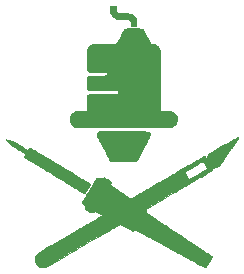
<source format=gbr>
G04 #@! TF.GenerationSoftware,KiCad,Pcbnew,(5.0.2-5-10.14)*
G04 #@! TF.CreationDate,2019-06-16T16:00:31-04:00*
G04 #@! TF.ProjectId,panel,70616e65-6c2e-46b6-9963-61645f706362,rev?*
G04 #@! TF.SameCoordinates,Original*
G04 #@! TF.FileFunction,Soldermask,Bot*
G04 #@! TF.FilePolarity,Negative*
%FSLAX46Y46*%
G04 Gerber Fmt 4.6, Leading zero omitted, Abs format (unit mm)*
G04 Created by KiCad (PCBNEW (5.0.2-5-10.14)) date Sunday, June 16, 2019 at 04:00:31 PM*
%MOMM*%
%LPD*%
G01*
G04 APERTURE LIST*
%ADD10C,0.010000*%
G04 APERTURE END LIST*
D10*
G04 #@! TO.C,G\002A\002A\002A*
G36*
X53704500Y-88069631D02*
X53705193Y-88172176D01*
X53707415Y-88252974D01*
X53711383Y-88315647D01*
X53717314Y-88363815D01*
X53724033Y-88395954D01*
X53765770Y-88506824D01*
X53829893Y-88608944D01*
X53914311Y-88700353D01*
X54016936Y-88779092D01*
X54135678Y-88843203D01*
X54244090Y-88883629D01*
X54272749Y-88892056D01*
X54299903Y-88898882D01*
X54328707Y-88904336D01*
X54362314Y-88908646D01*
X54403880Y-88912039D01*
X54456559Y-88914743D01*
X54523506Y-88916984D01*
X54607874Y-88918992D01*
X54712819Y-88920993D01*
X54777650Y-88922126D01*
X55209450Y-88929550D01*
X55281893Y-88965123D01*
X55326650Y-88990773D01*
X55366552Y-89019844D01*
X55386668Y-89039123D01*
X55398183Y-89053515D01*
X55406577Y-89067929D01*
X55412344Y-89086422D01*
X55415976Y-89113052D01*
X55417967Y-89151879D01*
X55418810Y-89206961D01*
X55418998Y-89282355D01*
X55419000Y-89305174D01*
X55419000Y-89532800D01*
X55914300Y-89532800D01*
X55914300Y-89287818D01*
X55912616Y-89164929D01*
X55906683Y-89063158D01*
X55895182Y-88978394D01*
X55876794Y-88906525D01*
X55850198Y-88843438D01*
X55814075Y-88785022D01*
X55767106Y-88727164D01*
X55717787Y-88675472D01*
X55614862Y-88588141D01*
X55499292Y-88519917D01*
X55367047Y-88468455D01*
X55355293Y-88464893D01*
X55327707Y-88457170D01*
X55300170Y-88450888D01*
X55269556Y-88445835D01*
X55232736Y-88441797D01*
X55186585Y-88438563D01*
X55127973Y-88435920D01*
X55053776Y-88433655D01*
X54960864Y-88431557D01*
X54846111Y-88429411D01*
X54828450Y-88429101D01*
X54396650Y-88421550D01*
X54323930Y-88385839D01*
X54283076Y-88365129D01*
X54252341Y-88345975D01*
X54230285Y-88324501D01*
X54215468Y-88296830D01*
X54206451Y-88259083D01*
X54201794Y-88207384D01*
X54200057Y-88137854D01*
X54199800Y-88051537D01*
X54199800Y-87818300D01*
X53704500Y-87818300D01*
X53704500Y-88069631D01*
X53704500Y-88069631D01*
G37*
X53704500Y-88069631D02*
X53705193Y-88172176D01*
X53707415Y-88252974D01*
X53711383Y-88315647D01*
X53717314Y-88363815D01*
X53724033Y-88395954D01*
X53765770Y-88506824D01*
X53829893Y-88608944D01*
X53914311Y-88700353D01*
X54016936Y-88779092D01*
X54135678Y-88843203D01*
X54244090Y-88883629D01*
X54272749Y-88892056D01*
X54299903Y-88898882D01*
X54328707Y-88904336D01*
X54362314Y-88908646D01*
X54403880Y-88912039D01*
X54456559Y-88914743D01*
X54523506Y-88916984D01*
X54607874Y-88918992D01*
X54712819Y-88920993D01*
X54777650Y-88922126D01*
X55209450Y-88929550D01*
X55281893Y-88965123D01*
X55326650Y-88990773D01*
X55366552Y-89019844D01*
X55386668Y-89039123D01*
X55398183Y-89053515D01*
X55406577Y-89067929D01*
X55412344Y-89086422D01*
X55415976Y-89113052D01*
X55417967Y-89151879D01*
X55418810Y-89206961D01*
X55418998Y-89282355D01*
X55419000Y-89305174D01*
X55419000Y-89532800D01*
X55914300Y-89532800D01*
X55914300Y-89287818D01*
X55912616Y-89164929D01*
X55906683Y-89063158D01*
X55895182Y-88978394D01*
X55876794Y-88906525D01*
X55850198Y-88843438D01*
X55814075Y-88785022D01*
X55767106Y-88727164D01*
X55717787Y-88675472D01*
X55614862Y-88588141D01*
X55499292Y-88519917D01*
X55367047Y-88468455D01*
X55355293Y-88464893D01*
X55327707Y-88457170D01*
X55300170Y-88450888D01*
X55269556Y-88445835D01*
X55232736Y-88441797D01*
X55186585Y-88438563D01*
X55127973Y-88435920D01*
X55053776Y-88433655D01*
X54960864Y-88431557D01*
X54846111Y-88429411D01*
X54828450Y-88429101D01*
X54396650Y-88421550D01*
X54323930Y-88385839D01*
X54283076Y-88365129D01*
X54252341Y-88345975D01*
X54230285Y-88324501D01*
X54215468Y-88296830D01*
X54206451Y-88259083D01*
X54201794Y-88207384D01*
X54200057Y-88137854D01*
X54199800Y-88051537D01*
X54199800Y-87818300D01*
X53704500Y-87818300D01*
X53704500Y-88069631D01*
G36*
X55696478Y-89710855D02*
X55655529Y-89710878D01*
X55508313Y-89710984D01*
X55384299Y-89711215D01*
X55281289Y-89711649D01*
X55197085Y-89712358D01*
X55129488Y-89713419D01*
X55076301Y-89714907D01*
X55035326Y-89716896D01*
X55004365Y-89719463D01*
X54981220Y-89722681D01*
X54963692Y-89726626D01*
X54949583Y-89731373D01*
X54940359Y-89735307D01*
X54905935Y-89755323D01*
X54873143Y-89784761D01*
X54839673Y-89826753D01*
X54803216Y-89884429D01*
X54761463Y-89960921D01*
X54733781Y-90015400D01*
X54697935Y-90086695D01*
X54655776Y-90169633D01*
X54612831Y-90253386D01*
X54578238Y-90320200D01*
X54538451Y-90396580D01*
X54493552Y-90482804D01*
X54449416Y-90567590D01*
X54416237Y-90631350D01*
X54380371Y-90699974D01*
X54342434Y-90772034D01*
X54307110Y-90838663D01*
X54280658Y-90888071D01*
X54224364Y-90992393D01*
X53262757Y-90996021D01*
X52301150Y-90999650D01*
X52218600Y-91029088D01*
X52161417Y-91053374D01*
X52100378Y-91085188D01*
X52062627Y-91108463D01*
X52024801Y-91133312D01*
X51995119Y-91151196D01*
X51979782Y-91158387D01*
X51979546Y-91158400D01*
X51966209Y-91166959D01*
X51942258Y-91188526D01*
X51913737Y-91216931D01*
X51886688Y-91246007D01*
X51867155Y-91269583D01*
X51861348Y-91279050D01*
X51852221Y-91295469D01*
X51832935Y-91326022D01*
X51809006Y-91362097D01*
X51777689Y-91414026D01*
X51747929Y-91472605D01*
X51732806Y-91508147D01*
X51726992Y-91523947D01*
X51722019Y-91539523D01*
X51717812Y-91556906D01*
X51714299Y-91578132D01*
X51711406Y-91605234D01*
X51709059Y-91640244D01*
X51707186Y-91685198D01*
X51705711Y-91742128D01*
X51704563Y-91813068D01*
X51703668Y-91900052D01*
X51702952Y-92005113D01*
X51702341Y-92130285D01*
X51701763Y-92277601D01*
X51701400Y-92377600D01*
X51698550Y-93171350D01*
X51726800Y-93228500D01*
X51750827Y-93267591D01*
X51782463Y-93296550D01*
X51824003Y-93320575D01*
X51892955Y-93355500D01*
X52566953Y-93355570D01*
X52724397Y-93355838D01*
X52865397Y-93356589D01*
X52988594Y-93357799D01*
X53092633Y-93359444D01*
X53176155Y-93361499D01*
X53237804Y-93363940D01*
X53276223Y-93366742D01*
X53287531Y-93368579D01*
X53326872Y-93387362D01*
X53365505Y-93417890D01*
X53373256Y-93426100D01*
X53398876Y-93460698D01*
X53410222Y-93495211D01*
X53412400Y-93532992D01*
X53409972Y-93570763D01*
X53403792Y-93597048D01*
X53399493Y-93603278D01*
X53391485Y-93617427D01*
X53392844Y-93621380D01*
X53389482Y-93636462D01*
X53377176Y-93650620D01*
X53364004Y-93661928D01*
X53351098Y-93671548D01*
X53336385Y-93679636D01*
X53317792Y-93686349D01*
X53293245Y-93691842D01*
X53260671Y-93696271D01*
X53217995Y-93699791D01*
X53163145Y-93702558D01*
X53094047Y-93704729D01*
X53008628Y-93706458D01*
X52904814Y-93707901D01*
X52780531Y-93709215D01*
X52633706Y-93710555D01*
X52571937Y-93711100D01*
X52418541Y-93712476D01*
X52288499Y-93713740D01*
X52179767Y-93714979D01*
X52090301Y-93716283D01*
X52018055Y-93717738D01*
X51960985Y-93719433D01*
X51917047Y-93721457D01*
X51884195Y-93723898D01*
X51860385Y-93726844D01*
X51843573Y-93730382D01*
X51831713Y-93734602D01*
X51822762Y-93739592D01*
X51817023Y-93743671D01*
X51786907Y-93770262D01*
X51753563Y-93805431D01*
X51743086Y-93817857D01*
X51704250Y-93865821D01*
X51701024Y-94305985D01*
X51700198Y-94423308D01*
X51699716Y-94518011D01*
X51699722Y-94592872D01*
X51700361Y-94650670D01*
X51701778Y-94694185D01*
X51704116Y-94726193D01*
X51707521Y-94749476D01*
X51712136Y-94766811D01*
X51718108Y-94780976D01*
X51725579Y-94794752D01*
X51726532Y-94796421D01*
X51755028Y-94834578D01*
X51793467Y-94872308D01*
X51810220Y-94885321D01*
X51865174Y-94923950D01*
X53073762Y-94930300D01*
X53281650Y-94931386D01*
X53465641Y-94932388D01*
X53627237Y-94933395D01*
X53767941Y-94934495D01*
X53889253Y-94935775D01*
X53992677Y-94937324D01*
X54079714Y-94939230D01*
X54151867Y-94941582D01*
X54210639Y-94944467D01*
X54257530Y-94947974D01*
X54294044Y-94952190D01*
X54321682Y-94957205D01*
X54341947Y-94963107D01*
X54356341Y-94969982D01*
X54366366Y-94977921D01*
X54373524Y-94987010D01*
X54379317Y-94997338D01*
X54384336Y-95007246D01*
X54395337Y-95043967D01*
X54401454Y-95096035D01*
X54402449Y-95153824D01*
X54398085Y-95207709D01*
X54390168Y-95242729D01*
X54377335Y-95279550D01*
X53142393Y-95279550D01*
X52966755Y-95279649D01*
X52797858Y-95279939D01*
X52637494Y-95280404D01*
X52487451Y-95281032D01*
X52349522Y-95281808D01*
X52225495Y-95282719D01*
X52117163Y-95283750D01*
X52026314Y-95284888D01*
X51954741Y-95286118D01*
X51904232Y-95287428D01*
X51876579Y-95288802D01*
X51872205Y-95289397D01*
X51834050Y-95308298D01*
X51790849Y-95341670D01*
X51750553Y-95382164D01*
X51721115Y-95422427D01*
X51715009Y-95434717D01*
X51710458Y-95458503D01*
X51706545Y-95504426D01*
X51703269Y-95569231D01*
X51700629Y-95649663D01*
X51698627Y-95742468D01*
X51697262Y-95844390D01*
X51696533Y-95952174D01*
X51696440Y-96062567D01*
X51696983Y-96172311D01*
X51698162Y-96278154D01*
X51699976Y-96376839D01*
X51702426Y-96465112D01*
X51705511Y-96539718D01*
X51709231Y-96597402D01*
X51713585Y-96634909D01*
X51715090Y-96642032D01*
X51732280Y-96708300D01*
X51292308Y-96708300D01*
X51163551Y-96708450D01*
X51057128Y-96709174D01*
X50969974Y-96710878D01*
X50899025Y-96713967D01*
X50841214Y-96718848D01*
X50793478Y-96725928D01*
X50752750Y-96735613D01*
X50715966Y-96748310D01*
X50680060Y-96764425D01*
X50641968Y-96784364D01*
X50617857Y-96797734D01*
X50567748Y-96828759D01*
X50517302Y-96865009D01*
X50471054Y-96902600D01*
X50433540Y-96937648D01*
X50409297Y-96966267D01*
X50402500Y-96982193D01*
X50394495Y-97000235D01*
X50374696Y-97026493D01*
X50369204Y-97032618D01*
X50333407Y-97086520D01*
X50305432Y-97159302D01*
X50285846Y-97245502D01*
X50275219Y-97339659D01*
X50274118Y-97436310D01*
X50283112Y-97529993D01*
X50302769Y-97615247D01*
X50307202Y-97628480D01*
X50347556Y-97718577D01*
X50402070Y-97805156D01*
X50466119Y-97882449D01*
X50535075Y-97944686D01*
X50587746Y-97978279D01*
X50615342Y-97994035D01*
X50631268Y-98006012D01*
X50631542Y-98006356D01*
X50646170Y-98014856D01*
X50678013Y-98028466D01*
X50720195Y-98044247D01*
X50720442Y-98044334D01*
X50802550Y-98073265D01*
X54777650Y-98075367D01*
X55148631Y-98075525D01*
X55505432Y-98075602D01*
X55847436Y-98075598D01*
X56174024Y-98075516D01*
X56484578Y-98075356D01*
X56778480Y-98075120D01*
X57055111Y-98074810D01*
X57313854Y-98074427D01*
X57554089Y-98073973D01*
X57775200Y-98073449D01*
X57976567Y-98072856D01*
X58157572Y-98072197D01*
X58317597Y-98071472D01*
X58456024Y-98070683D01*
X58572235Y-98069832D01*
X58665611Y-98068920D01*
X58735534Y-98067948D01*
X58781385Y-98066918D01*
X58802548Y-98065832D01*
X58803550Y-98065665D01*
X58846512Y-98054066D01*
X58892533Y-98039171D01*
X58934278Y-98023658D01*
X58964411Y-98010208D01*
X58975000Y-98003054D01*
X58989672Y-97992765D01*
X59018206Y-97977544D01*
X59027001Y-97973317D01*
X59056553Y-97954938D01*
X59093570Y-97925711D01*
X59132968Y-97890514D01*
X59169665Y-97854225D01*
X59198577Y-97821721D01*
X59214621Y-97797880D01*
X59216300Y-97791665D01*
X59224037Y-97776425D01*
X59229000Y-97775100D01*
X59240493Y-97764914D01*
X59241700Y-97757408D01*
X59251918Y-97737665D01*
X59260143Y-97732640D01*
X59271967Y-97717998D01*
X59287874Y-97684886D01*
X59305148Y-97639307D01*
X59312295Y-97617447D01*
X59327156Y-97566995D01*
X59336548Y-97524964D01*
X59341381Y-97483105D01*
X59342566Y-97433169D01*
X59341014Y-97366906D01*
X59340764Y-97359641D01*
X59337541Y-97289996D01*
X59332692Y-97238362D01*
X59324930Y-97197354D01*
X59312965Y-97159585D01*
X59300590Y-97129241D01*
X59277823Y-97082274D01*
X59253275Y-97040234D01*
X59234628Y-97015071D01*
X59213926Y-96989315D01*
X59203802Y-96969987D01*
X59203600Y-96968249D01*
X59192617Y-96944030D01*
X59162534Y-96912633D01*
X59117651Y-96876757D01*
X59062267Y-96839102D01*
X59000682Y-96802370D01*
X58937196Y-96769262D01*
X58876110Y-96742477D01*
X58821721Y-96724716D01*
X58812450Y-96722574D01*
X58778258Y-96718285D01*
X58720421Y-96714695D01*
X58640685Y-96711853D01*
X58540798Y-96709809D01*
X58422506Y-96708613D01*
X58312617Y-96708300D01*
X58196366Y-96708234D01*
X58103073Y-96707952D01*
X58030297Y-96707327D01*
X57975597Y-96706229D01*
X57936530Y-96704530D01*
X57910655Y-96702104D01*
X57895531Y-96698821D01*
X57888717Y-96694554D01*
X57887770Y-96689175D01*
X57888716Y-96686075D01*
X57892577Y-96674552D01*
X57896118Y-96660002D01*
X57899351Y-96641364D01*
X57902289Y-96617582D01*
X57904943Y-96587597D01*
X57907324Y-96550350D01*
X57909444Y-96504783D01*
X57911316Y-96449839D01*
X57912950Y-96384458D01*
X57914359Y-96307583D01*
X57915554Y-96218155D01*
X57916548Y-96115117D01*
X57917352Y-95997409D01*
X57917977Y-95863974D01*
X57918436Y-95713754D01*
X57918740Y-95545689D01*
X57918901Y-95358723D01*
X57918931Y-95151796D01*
X57918841Y-94923850D01*
X57918644Y-94673828D01*
X57918350Y-94400671D01*
X57917973Y-94103320D01*
X57917914Y-94059637D01*
X57914550Y-91583850D01*
X57880370Y-91498590D01*
X57853944Y-91441907D01*
X57820568Y-91382576D01*
X57794645Y-91343557D01*
X57768705Y-91306973D01*
X57750191Y-91278056D01*
X57743101Y-91263051D01*
X57743100Y-91263033D01*
X57734548Y-91248383D01*
X57713723Y-91224674D01*
X57687874Y-91199099D01*
X57664250Y-91178851D01*
X57650450Y-91171100D01*
X57636067Y-91164278D01*
X57608022Y-91146627D01*
X57581205Y-91128170D01*
X57465094Y-91059433D01*
X57343889Y-91015270D01*
X57215671Y-90995053D01*
X57169281Y-90993520D01*
X57127097Y-90992077D01*
X57103536Y-90986596D01*
X57091886Y-90974850D01*
X57088707Y-90966819D01*
X57079770Y-90946204D01*
X57061170Y-90908275D01*
X57035423Y-90858007D01*
X57005043Y-90800378D01*
X56997255Y-90785844D01*
X56957426Y-90711156D01*
X56913142Y-90627166D01*
X56870240Y-90544990D01*
X56839439Y-90485300D01*
X56803484Y-90415558D01*
X56760862Y-90333642D01*
X56716905Y-90249762D01*
X56676956Y-90174150D01*
X56640252Y-90104626D01*
X56602691Y-90032735D01*
X56568363Y-89966346D01*
X56541356Y-89913328D01*
X56538283Y-89907204D01*
X56518388Y-89867025D01*
X56500617Y-89832718D01*
X56482892Y-89803822D01*
X56463134Y-89779874D01*
X56439265Y-89760413D01*
X56409207Y-89744975D01*
X56370880Y-89733098D01*
X56322206Y-89724321D01*
X56261106Y-89718181D01*
X56185503Y-89714215D01*
X56093317Y-89711962D01*
X55982470Y-89710959D01*
X55850883Y-89710744D01*
X55696478Y-89710855D01*
X55696478Y-89710855D01*
G37*
X55696478Y-89710855D02*
X55655529Y-89710878D01*
X55508313Y-89710984D01*
X55384299Y-89711215D01*
X55281289Y-89711649D01*
X55197085Y-89712358D01*
X55129488Y-89713419D01*
X55076301Y-89714907D01*
X55035326Y-89716896D01*
X55004365Y-89719463D01*
X54981220Y-89722681D01*
X54963692Y-89726626D01*
X54949583Y-89731373D01*
X54940359Y-89735307D01*
X54905935Y-89755323D01*
X54873143Y-89784761D01*
X54839673Y-89826753D01*
X54803216Y-89884429D01*
X54761463Y-89960921D01*
X54733781Y-90015400D01*
X54697935Y-90086695D01*
X54655776Y-90169633D01*
X54612831Y-90253386D01*
X54578238Y-90320200D01*
X54538451Y-90396580D01*
X54493552Y-90482804D01*
X54449416Y-90567590D01*
X54416237Y-90631350D01*
X54380371Y-90699974D01*
X54342434Y-90772034D01*
X54307110Y-90838663D01*
X54280658Y-90888071D01*
X54224364Y-90992393D01*
X53262757Y-90996021D01*
X52301150Y-90999650D01*
X52218600Y-91029088D01*
X52161417Y-91053374D01*
X52100378Y-91085188D01*
X52062627Y-91108463D01*
X52024801Y-91133312D01*
X51995119Y-91151196D01*
X51979782Y-91158387D01*
X51979546Y-91158400D01*
X51966209Y-91166959D01*
X51942258Y-91188526D01*
X51913737Y-91216931D01*
X51886688Y-91246007D01*
X51867155Y-91269583D01*
X51861348Y-91279050D01*
X51852221Y-91295469D01*
X51832935Y-91326022D01*
X51809006Y-91362097D01*
X51777689Y-91414026D01*
X51747929Y-91472605D01*
X51732806Y-91508147D01*
X51726992Y-91523947D01*
X51722019Y-91539523D01*
X51717812Y-91556906D01*
X51714299Y-91578132D01*
X51711406Y-91605234D01*
X51709059Y-91640244D01*
X51707186Y-91685198D01*
X51705711Y-91742128D01*
X51704563Y-91813068D01*
X51703668Y-91900052D01*
X51702952Y-92005113D01*
X51702341Y-92130285D01*
X51701763Y-92277601D01*
X51701400Y-92377600D01*
X51698550Y-93171350D01*
X51726800Y-93228500D01*
X51750827Y-93267591D01*
X51782463Y-93296550D01*
X51824003Y-93320575D01*
X51892955Y-93355500D01*
X52566953Y-93355570D01*
X52724397Y-93355838D01*
X52865397Y-93356589D01*
X52988594Y-93357799D01*
X53092633Y-93359444D01*
X53176155Y-93361499D01*
X53237804Y-93363940D01*
X53276223Y-93366742D01*
X53287531Y-93368579D01*
X53326872Y-93387362D01*
X53365505Y-93417890D01*
X53373256Y-93426100D01*
X53398876Y-93460698D01*
X53410222Y-93495211D01*
X53412400Y-93532992D01*
X53409972Y-93570763D01*
X53403792Y-93597048D01*
X53399493Y-93603278D01*
X53391485Y-93617427D01*
X53392844Y-93621380D01*
X53389482Y-93636462D01*
X53377176Y-93650620D01*
X53364004Y-93661928D01*
X53351098Y-93671548D01*
X53336385Y-93679636D01*
X53317792Y-93686349D01*
X53293245Y-93691842D01*
X53260671Y-93696271D01*
X53217995Y-93699791D01*
X53163145Y-93702558D01*
X53094047Y-93704729D01*
X53008628Y-93706458D01*
X52904814Y-93707901D01*
X52780531Y-93709215D01*
X52633706Y-93710555D01*
X52571937Y-93711100D01*
X52418541Y-93712476D01*
X52288499Y-93713740D01*
X52179767Y-93714979D01*
X52090301Y-93716283D01*
X52018055Y-93717738D01*
X51960985Y-93719433D01*
X51917047Y-93721457D01*
X51884195Y-93723898D01*
X51860385Y-93726844D01*
X51843573Y-93730382D01*
X51831713Y-93734602D01*
X51822762Y-93739592D01*
X51817023Y-93743671D01*
X51786907Y-93770262D01*
X51753563Y-93805431D01*
X51743086Y-93817857D01*
X51704250Y-93865821D01*
X51701024Y-94305985D01*
X51700198Y-94423308D01*
X51699716Y-94518011D01*
X51699722Y-94592872D01*
X51700361Y-94650670D01*
X51701778Y-94694185D01*
X51704116Y-94726193D01*
X51707521Y-94749476D01*
X51712136Y-94766811D01*
X51718108Y-94780976D01*
X51725579Y-94794752D01*
X51726532Y-94796421D01*
X51755028Y-94834578D01*
X51793467Y-94872308D01*
X51810220Y-94885321D01*
X51865174Y-94923950D01*
X53073762Y-94930300D01*
X53281650Y-94931386D01*
X53465641Y-94932388D01*
X53627237Y-94933395D01*
X53767941Y-94934495D01*
X53889253Y-94935775D01*
X53992677Y-94937324D01*
X54079714Y-94939230D01*
X54151867Y-94941582D01*
X54210639Y-94944467D01*
X54257530Y-94947974D01*
X54294044Y-94952190D01*
X54321682Y-94957205D01*
X54341947Y-94963107D01*
X54356341Y-94969982D01*
X54366366Y-94977921D01*
X54373524Y-94987010D01*
X54379317Y-94997338D01*
X54384336Y-95007246D01*
X54395337Y-95043967D01*
X54401454Y-95096035D01*
X54402449Y-95153824D01*
X54398085Y-95207709D01*
X54390168Y-95242729D01*
X54377335Y-95279550D01*
X53142393Y-95279550D01*
X52966755Y-95279649D01*
X52797858Y-95279939D01*
X52637494Y-95280404D01*
X52487451Y-95281032D01*
X52349522Y-95281808D01*
X52225495Y-95282719D01*
X52117163Y-95283750D01*
X52026314Y-95284888D01*
X51954741Y-95286118D01*
X51904232Y-95287428D01*
X51876579Y-95288802D01*
X51872205Y-95289397D01*
X51834050Y-95308298D01*
X51790849Y-95341670D01*
X51750553Y-95382164D01*
X51721115Y-95422427D01*
X51715009Y-95434717D01*
X51710458Y-95458503D01*
X51706545Y-95504426D01*
X51703269Y-95569231D01*
X51700629Y-95649663D01*
X51698627Y-95742468D01*
X51697262Y-95844390D01*
X51696533Y-95952174D01*
X51696440Y-96062567D01*
X51696983Y-96172311D01*
X51698162Y-96278154D01*
X51699976Y-96376839D01*
X51702426Y-96465112D01*
X51705511Y-96539718D01*
X51709231Y-96597402D01*
X51713585Y-96634909D01*
X51715090Y-96642032D01*
X51732280Y-96708300D01*
X51292308Y-96708300D01*
X51163551Y-96708450D01*
X51057128Y-96709174D01*
X50969974Y-96710878D01*
X50899025Y-96713967D01*
X50841214Y-96718848D01*
X50793478Y-96725928D01*
X50752750Y-96735613D01*
X50715966Y-96748310D01*
X50680060Y-96764425D01*
X50641968Y-96784364D01*
X50617857Y-96797734D01*
X50567748Y-96828759D01*
X50517302Y-96865009D01*
X50471054Y-96902600D01*
X50433540Y-96937648D01*
X50409297Y-96966267D01*
X50402500Y-96982193D01*
X50394495Y-97000235D01*
X50374696Y-97026493D01*
X50369204Y-97032618D01*
X50333407Y-97086520D01*
X50305432Y-97159302D01*
X50285846Y-97245502D01*
X50275219Y-97339659D01*
X50274118Y-97436310D01*
X50283112Y-97529993D01*
X50302769Y-97615247D01*
X50307202Y-97628480D01*
X50347556Y-97718577D01*
X50402070Y-97805156D01*
X50466119Y-97882449D01*
X50535075Y-97944686D01*
X50587746Y-97978279D01*
X50615342Y-97994035D01*
X50631268Y-98006012D01*
X50631542Y-98006356D01*
X50646170Y-98014856D01*
X50678013Y-98028466D01*
X50720195Y-98044247D01*
X50720442Y-98044334D01*
X50802550Y-98073265D01*
X54777650Y-98075367D01*
X55148631Y-98075525D01*
X55505432Y-98075602D01*
X55847436Y-98075598D01*
X56174024Y-98075516D01*
X56484578Y-98075356D01*
X56778480Y-98075120D01*
X57055111Y-98074810D01*
X57313854Y-98074427D01*
X57554089Y-98073973D01*
X57775200Y-98073449D01*
X57976567Y-98072856D01*
X58157572Y-98072197D01*
X58317597Y-98071472D01*
X58456024Y-98070683D01*
X58572235Y-98069832D01*
X58665611Y-98068920D01*
X58735534Y-98067948D01*
X58781385Y-98066918D01*
X58802548Y-98065832D01*
X58803550Y-98065665D01*
X58846512Y-98054066D01*
X58892533Y-98039171D01*
X58934278Y-98023658D01*
X58964411Y-98010208D01*
X58975000Y-98003054D01*
X58989672Y-97992765D01*
X59018206Y-97977544D01*
X59027001Y-97973317D01*
X59056553Y-97954938D01*
X59093570Y-97925711D01*
X59132968Y-97890514D01*
X59169665Y-97854225D01*
X59198577Y-97821721D01*
X59214621Y-97797880D01*
X59216300Y-97791665D01*
X59224037Y-97776425D01*
X59229000Y-97775100D01*
X59240493Y-97764914D01*
X59241700Y-97757408D01*
X59251918Y-97737665D01*
X59260143Y-97732640D01*
X59271967Y-97717998D01*
X59287874Y-97684886D01*
X59305148Y-97639307D01*
X59312295Y-97617447D01*
X59327156Y-97566995D01*
X59336548Y-97524964D01*
X59341381Y-97483105D01*
X59342566Y-97433169D01*
X59341014Y-97366906D01*
X59340764Y-97359641D01*
X59337541Y-97289996D01*
X59332692Y-97238362D01*
X59324930Y-97197354D01*
X59312965Y-97159585D01*
X59300590Y-97129241D01*
X59277823Y-97082274D01*
X59253275Y-97040234D01*
X59234628Y-97015071D01*
X59213926Y-96989315D01*
X59203802Y-96969987D01*
X59203600Y-96968249D01*
X59192617Y-96944030D01*
X59162534Y-96912633D01*
X59117651Y-96876757D01*
X59062267Y-96839102D01*
X59000682Y-96802370D01*
X58937196Y-96769262D01*
X58876110Y-96742477D01*
X58821721Y-96724716D01*
X58812450Y-96722574D01*
X58778258Y-96718285D01*
X58720421Y-96714695D01*
X58640685Y-96711853D01*
X58540798Y-96709809D01*
X58422506Y-96708613D01*
X58312617Y-96708300D01*
X58196366Y-96708234D01*
X58103073Y-96707952D01*
X58030297Y-96707327D01*
X57975597Y-96706229D01*
X57936530Y-96704530D01*
X57910655Y-96702104D01*
X57895531Y-96698821D01*
X57888717Y-96694554D01*
X57887770Y-96689175D01*
X57888716Y-96686075D01*
X57892577Y-96674552D01*
X57896118Y-96660002D01*
X57899351Y-96641364D01*
X57902289Y-96617582D01*
X57904943Y-96587597D01*
X57907324Y-96550350D01*
X57909444Y-96504783D01*
X57911316Y-96449839D01*
X57912950Y-96384458D01*
X57914359Y-96307583D01*
X57915554Y-96218155D01*
X57916548Y-96115117D01*
X57917352Y-95997409D01*
X57917977Y-95863974D01*
X57918436Y-95713754D01*
X57918740Y-95545689D01*
X57918901Y-95358723D01*
X57918931Y-95151796D01*
X57918841Y-94923850D01*
X57918644Y-94673828D01*
X57918350Y-94400671D01*
X57917973Y-94103320D01*
X57917914Y-94059637D01*
X57914550Y-91583850D01*
X57880370Y-91498590D01*
X57853944Y-91441907D01*
X57820568Y-91382576D01*
X57794645Y-91343557D01*
X57768705Y-91306973D01*
X57750191Y-91278056D01*
X57743101Y-91263051D01*
X57743100Y-91263033D01*
X57734548Y-91248383D01*
X57713723Y-91224674D01*
X57687874Y-91199099D01*
X57664250Y-91178851D01*
X57650450Y-91171100D01*
X57636067Y-91164278D01*
X57608022Y-91146627D01*
X57581205Y-91128170D01*
X57465094Y-91059433D01*
X57343889Y-91015270D01*
X57215671Y-90995053D01*
X57169281Y-90993520D01*
X57127097Y-90992077D01*
X57103536Y-90986596D01*
X57091886Y-90974850D01*
X57088707Y-90966819D01*
X57079770Y-90946204D01*
X57061170Y-90908275D01*
X57035423Y-90858007D01*
X57005043Y-90800378D01*
X56997255Y-90785844D01*
X56957426Y-90711156D01*
X56913142Y-90627166D01*
X56870240Y-90544990D01*
X56839439Y-90485300D01*
X56803484Y-90415558D01*
X56760862Y-90333642D01*
X56716905Y-90249762D01*
X56676956Y-90174150D01*
X56640252Y-90104626D01*
X56602691Y-90032735D01*
X56568363Y-89966346D01*
X56541356Y-89913328D01*
X56538283Y-89907204D01*
X56518388Y-89867025D01*
X56500617Y-89832718D01*
X56482892Y-89803822D01*
X56463134Y-89779874D01*
X56439265Y-89760413D01*
X56409207Y-89744975D01*
X56370880Y-89733098D01*
X56322206Y-89724321D01*
X56261106Y-89718181D01*
X56185503Y-89714215D01*
X56093317Y-89711962D01*
X55982470Y-89710959D01*
X55850883Y-89710744D01*
X55696478Y-89710855D01*
G36*
X52675800Y-98461844D02*
X52628080Y-98497656D01*
X52593458Y-98546336D01*
X52587955Y-98557094D01*
X52564957Y-98616288D01*
X52557033Y-98673826D01*
X52564640Y-98735392D01*
X52588236Y-98806675D01*
X52612381Y-98860950D01*
X52636239Y-98909962D01*
X52656587Y-98949830D01*
X52670689Y-98975294D01*
X52675167Y-98981600D01*
X52683552Y-98994714D01*
X52700829Y-99026326D01*
X52724719Y-99072122D01*
X52752943Y-99127786D01*
X52762379Y-99146700D01*
X52792048Y-99205659D01*
X52818648Y-99257156D01*
X52839714Y-99296516D01*
X52852781Y-99319065D01*
X52854695Y-99321759D01*
X52865029Y-99338471D01*
X52884352Y-99373373D01*
X52910243Y-99421963D01*
X52940283Y-99479739D01*
X52952932Y-99504442D01*
X52993079Y-99582817D01*
X53038758Y-99671398D01*
X53084201Y-99759031D01*
X53121790Y-99831033D01*
X53218745Y-100016572D01*
X53322853Y-100217086D01*
X53430056Y-100424757D01*
X53452045Y-100467500D01*
X53489693Y-100539823D01*
X53531071Y-100617847D01*
X53571042Y-100691959D01*
X53603105Y-100750120D01*
X53619331Y-100780539D01*
X53632840Y-100807237D01*
X53645298Y-100830454D01*
X53658373Y-100850430D01*
X53673730Y-100867404D01*
X53693037Y-100881613D01*
X53717960Y-100893299D01*
X53750165Y-100902700D01*
X53791319Y-100910054D01*
X53843088Y-100915602D01*
X53907140Y-100919583D01*
X53985140Y-100922235D01*
X54078755Y-100923798D01*
X54189652Y-100924511D01*
X54319497Y-100924612D01*
X54469956Y-100924342D01*
X54642698Y-100923940D01*
X54812437Y-100923668D01*
X55014536Y-100923358D01*
X55192329Y-100922848D01*
X55346911Y-100922120D01*
X55479374Y-100921159D01*
X55590813Y-100919947D01*
X55682322Y-100918470D01*
X55754994Y-100916710D01*
X55809923Y-100914651D01*
X55848203Y-100912277D01*
X55870927Y-100909572D01*
X55877527Y-100907793D01*
X55910403Y-100890120D01*
X55931797Y-100875274D01*
X55949487Y-100853601D01*
X55977667Y-100809550D01*
X56016001Y-100743718D01*
X56064150Y-100656703D01*
X56121776Y-100549103D01*
X56188543Y-100421517D01*
X56194328Y-100410350D01*
X56235518Y-100330836D01*
X56279542Y-100245932D01*
X56322280Y-100163576D01*
X56359612Y-100091710D01*
X56375532Y-100061100D01*
X56413746Y-99987640D01*
X56456765Y-99904898D01*
X56498492Y-99824603D01*
X56524074Y-99775350D01*
X56557700Y-99710651D01*
X56598380Y-99632469D01*
X56641416Y-99549833D01*
X56682104Y-99471775D01*
X56689367Y-99457850D01*
X56729318Y-99380938D01*
X56772699Y-99296872D01*
X56814715Y-99214980D01*
X56850568Y-99144589D01*
X56855926Y-99134000D01*
X56884811Y-99077613D01*
X56910536Y-99028819D01*
X56930485Y-98992483D01*
X56942042Y-98973467D01*
X56942715Y-98972611D01*
X56954431Y-98951829D01*
X56955700Y-98945094D01*
X56963792Y-98929459D01*
X56965225Y-98928683D01*
X56974954Y-98915939D01*
X56991909Y-98886159D01*
X57012692Y-98845377D01*
X57016025Y-98838484D01*
X57048738Y-98750638D01*
X57058174Y-98670354D01*
X57044423Y-98595229D01*
X57026326Y-98553950D01*
X57005648Y-98519193D01*
X56983013Y-98493676D01*
X56951195Y-98470952D01*
X56904900Y-98445570D01*
X56896421Y-98443369D01*
X56879197Y-98441362D01*
X56852205Y-98439542D01*
X56814418Y-98437900D01*
X56764811Y-98436429D01*
X56702361Y-98435120D01*
X56626042Y-98433965D01*
X56534828Y-98432957D01*
X56427695Y-98432088D01*
X56303617Y-98431348D01*
X56161570Y-98430731D01*
X56000529Y-98430229D01*
X55819468Y-98429833D01*
X55617363Y-98429535D01*
X55393188Y-98429327D01*
X55145919Y-98429202D01*
X54874531Y-98429152D01*
X54803050Y-98429150D01*
X52732950Y-98429150D01*
X52675800Y-98461844D01*
X52675800Y-98461844D01*
G37*
X52675800Y-98461844D02*
X52628080Y-98497656D01*
X52593458Y-98546336D01*
X52587955Y-98557094D01*
X52564957Y-98616288D01*
X52557033Y-98673826D01*
X52564640Y-98735392D01*
X52588236Y-98806675D01*
X52612381Y-98860950D01*
X52636239Y-98909962D01*
X52656587Y-98949830D01*
X52670689Y-98975294D01*
X52675167Y-98981600D01*
X52683552Y-98994714D01*
X52700829Y-99026326D01*
X52724719Y-99072122D01*
X52752943Y-99127786D01*
X52762379Y-99146700D01*
X52792048Y-99205659D01*
X52818648Y-99257156D01*
X52839714Y-99296516D01*
X52852781Y-99319065D01*
X52854695Y-99321759D01*
X52865029Y-99338471D01*
X52884352Y-99373373D01*
X52910243Y-99421963D01*
X52940283Y-99479739D01*
X52952932Y-99504442D01*
X52993079Y-99582817D01*
X53038758Y-99671398D01*
X53084201Y-99759031D01*
X53121790Y-99831033D01*
X53218745Y-100016572D01*
X53322853Y-100217086D01*
X53430056Y-100424757D01*
X53452045Y-100467500D01*
X53489693Y-100539823D01*
X53531071Y-100617847D01*
X53571042Y-100691959D01*
X53603105Y-100750120D01*
X53619331Y-100780539D01*
X53632840Y-100807237D01*
X53645298Y-100830454D01*
X53658373Y-100850430D01*
X53673730Y-100867404D01*
X53693037Y-100881613D01*
X53717960Y-100893299D01*
X53750165Y-100902700D01*
X53791319Y-100910054D01*
X53843088Y-100915602D01*
X53907140Y-100919583D01*
X53985140Y-100922235D01*
X54078755Y-100923798D01*
X54189652Y-100924511D01*
X54319497Y-100924612D01*
X54469956Y-100924342D01*
X54642698Y-100923940D01*
X54812437Y-100923668D01*
X55014536Y-100923358D01*
X55192329Y-100922848D01*
X55346911Y-100922120D01*
X55479374Y-100921159D01*
X55590813Y-100919947D01*
X55682322Y-100918470D01*
X55754994Y-100916710D01*
X55809923Y-100914651D01*
X55848203Y-100912277D01*
X55870927Y-100909572D01*
X55877527Y-100907793D01*
X55910403Y-100890120D01*
X55931797Y-100875274D01*
X55949487Y-100853601D01*
X55977667Y-100809550D01*
X56016001Y-100743718D01*
X56064150Y-100656703D01*
X56121776Y-100549103D01*
X56188543Y-100421517D01*
X56194328Y-100410350D01*
X56235518Y-100330836D01*
X56279542Y-100245932D01*
X56322280Y-100163576D01*
X56359612Y-100091710D01*
X56375532Y-100061100D01*
X56413746Y-99987640D01*
X56456765Y-99904898D01*
X56498492Y-99824603D01*
X56524074Y-99775350D01*
X56557700Y-99710651D01*
X56598380Y-99632469D01*
X56641416Y-99549833D01*
X56682104Y-99471775D01*
X56689367Y-99457850D01*
X56729318Y-99380938D01*
X56772699Y-99296872D01*
X56814715Y-99214980D01*
X56850568Y-99144589D01*
X56855926Y-99134000D01*
X56884811Y-99077613D01*
X56910536Y-99028819D01*
X56930485Y-98992483D01*
X56942042Y-98973467D01*
X56942715Y-98972611D01*
X56954431Y-98951829D01*
X56955700Y-98945094D01*
X56963792Y-98929459D01*
X56965225Y-98928683D01*
X56974954Y-98915939D01*
X56991909Y-98886159D01*
X57012692Y-98845377D01*
X57016025Y-98838484D01*
X57048738Y-98750638D01*
X57058174Y-98670354D01*
X57044423Y-98595229D01*
X57026326Y-98553950D01*
X57005648Y-98519193D01*
X56983013Y-98493676D01*
X56951195Y-98470952D01*
X56904900Y-98445570D01*
X56896421Y-98443369D01*
X56879197Y-98441362D01*
X56852205Y-98439542D01*
X56814418Y-98437900D01*
X56764811Y-98436429D01*
X56702361Y-98435120D01*
X56626042Y-98433965D01*
X56534828Y-98432957D01*
X56427695Y-98432088D01*
X56303617Y-98431348D01*
X56161570Y-98430731D01*
X56000529Y-98430229D01*
X55819468Y-98429833D01*
X55617363Y-98429535D01*
X55393188Y-98429327D01*
X55145919Y-98429202D01*
X54874531Y-98429152D01*
X54803050Y-98429150D01*
X52732950Y-98429150D01*
X52675800Y-98461844D01*
G36*
X44869287Y-99104945D02*
X44866906Y-99116329D01*
X44878783Y-99138412D01*
X44905686Y-99172583D01*
X44948384Y-99220233D01*
X45007645Y-99282751D01*
X45084238Y-99361527D01*
X45091060Y-99368495D01*
X45310470Y-99592498D01*
X45599060Y-99767202D01*
X45693082Y-99824118D01*
X45801726Y-99889880D01*
X45917880Y-99960186D01*
X46034437Y-100030733D01*
X46144285Y-100097216D01*
X46208325Y-100135973D01*
X46289443Y-100185488D01*
X46363019Y-100231214D01*
X46426360Y-100271410D01*
X46476771Y-100304339D01*
X46511560Y-100328261D01*
X46528033Y-100341436D01*
X46529000Y-100343031D01*
X46522785Y-100358906D01*
X46506082Y-100390942D01*
X46481801Y-100433723D01*
X46465413Y-100461294D01*
X46438723Y-100508256D01*
X46419024Y-100548329D01*
X46408923Y-100575893D01*
X46408487Y-100583927D01*
X46420611Y-100594465D01*
X46451937Y-100616345D01*
X46499853Y-100647893D01*
X46561752Y-100687434D01*
X46635022Y-100733295D01*
X46717055Y-100783800D01*
X46773700Y-100818242D01*
X46837715Y-100856973D01*
X46904834Y-100897576D01*
X46976178Y-100940727D01*
X47052870Y-100987106D01*
X47136032Y-101037390D01*
X47226786Y-101092258D01*
X47326253Y-101152388D01*
X47435557Y-101218458D01*
X47555818Y-101291145D01*
X47688159Y-101371129D01*
X47833702Y-101459088D01*
X47993569Y-101555698D01*
X48168882Y-101661640D01*
X48360762Y-101777590D01*
X48570333Y-101904227D01*
X48798716Y-102042230D01*
X49047032Y-102192276D01*
X49208700Y-102289963D01*
X49365296Y-102384585D01*
X49528065Y-102482938D01*
X49693893Y-102583140D01*
X49859667Y-102683309D01*
X50022271Y-102781563D01*
X50178594Y-102876022D01*
X50325520Y-102964804D01*
X50459937Y-103046026D01*
X50578730Y-103117809D01*
X50675550Y-103176314D01*
X50788280Y-103244450D01*
X50899085Y-103311453D01*
X51005133Y-103375608D01*
X51103588Y-103435199D01*
X51191615Y-103488510D01*
X51266381Y-103533824D01*
X51325050Y-103569425D01*
X51364552Y-103593454D01*
X51417763Y-103625733D01*
X51462592Y-103652606D01*
X51494905Y-103671618D01*
X51510566Y-103680314D01*
X51511350Y-103680600D01*
X51523115Y-103673763D01*
X51535139Y-103664725D01*
X51546418Y-103650237D01*
X51568960Y-103616704D01*
X51601017Y-103566892D01*
X51640839Y-103503568D01*
X51686676Y-103429500D01*
X51736781Y-103347456D01*
X51761896Y-103305950D01*
X51826063Y-103199752D01*
X51878345Y-103113290D01*
X51919767Y-103044419D01*
X51951353Y-102991001D01*
X51974125Y-102950892D01*
X51989107Y-102921951D01*
X51997324Y-102902037D01*
X51999798Y-102889008D01*
X51997554Y-102880723D01*
X51991615Y-102875040D01*
X51983004Y-102869818D01*
X51973415Y-102863435D01*
X51953841Y-102850161D01*
X51915474Y-102825682D01*
X51861307Y-102791852D01*
X51794334Y-102750522D01*
X51717547Y-102703546D01*
X51633940Y-102652778D01*
X51598765Y-102631526D01*
X51544633Y-102598854D01*
X51470493Y-102554084D01*
X51378070Y-102498259D01*
X51269093Y-102432422D01*
X51145287Y-102357618D01*
X51008380Y-102274889D01*
X50860099Y-102185279D01*
X50702171Y-102089833D01*
X50536323Y-101989593D01*
X50364280Y-101885603D01*
X50187771Y-101778907D01*
X50008523Y-101670548D01*
X49856400Y-101578582D01*
X49535867Y-101384803D01*
X49231749Y-101200959D01*
X48944490Y-101027317D01*
X48674533Y-100864145D01*
X48422322Y-100711712D01*
X48188301Y-100570285D01*
X47972914Y-100440133D01*
X47776603Y-100321523D01*
X47599813Y-100214724D01*
X47442987Y-100120004D01*
X47306568Y-100037631D01*
X47191000Y-99967872D01*
X47097812Y-99911651D01*
X47032403Y-99873150D01*
X46974206Y-99840692D01*
X46926881Y-99816180D01*
X46894086Y-99801517D01*
X46879952Y-99798339D01*
X46865706Y-99811803D01*
X46842784Y-99842036D01*
X46815058Y-99883725D01*
X46800375Y-99907585D01*
X46772243Y-99952734D01*
X46747676Y-99988916D01*
X46730290Y-100010956D01*
X46725283Y-100015110D01*
X46712132Y-100009712D01*
X46679290Y-99992271D01*
X46628761Y-99963953D01*
X46562549Y-99925923D01*
X46482658Y-99879348D01*
X46391093Y-99825394D01*
X46289857Y-99765225D01*
X46180955Y-99700009D01*
X46106306Y-99655041D01*
X45972122Y-99574156D01*
X45857591Y-99505468D01*
X45760731Y-99447870D01*
X45679558Y-99400256D01*
X45612088Y-99361520D01*
X45556338Y-99330555D01*
X45510324Y-99306254D01*
X45472064Y-99287513D01*
X45439572Y-99273223D01*
X45410866Y-99262280D01*
X45389608Y-99255287D01*
X45336065Y-99238715D01*
X45288504Y-99223862D01*
X45254523Y-99213108D01*
X45246300Y-99210442D01*
X45218799Y-99201804D01*
X45175651Y-99188714D01*
X45125597Y-99173818D01*
X45119300Y-99171964D01*
X45061151Y-99154535D01*
X45001356Y-99136088D01*
X44954296Y-99121081D01*
X44913750Y-99108710D01*
X44885158Y-99102868D01*
X44869287Y-99104945D01*
X44869287Y-99104945D01*
G37*
X44869287Y-99104945D02*
X44866906Y-99116329D01*
X44878783Y-99138412D01*
X44905686Y-99172583D01*
X44948384Y-99220233D01*
X45007645Y-99282751D01*
X45084238Y-99361527D01*
X45091060Y-99368495D01*
X45310470Y-99592498D01*
X45599060Y-99767202D01*
X45693082Y-99824118D01*
X45801726Y-99889880D01*
X45917880Y-99960186D01*
X46034437Y-100030733D01*
X46144285Y-100097216D01*
X46208325Y-100135973D01*
X46289443Y-100185488D01*
X46363019Y-100231214D01*
X46426360Y-100271410D01*
X46476771Y-100304339D01*
X46511560Y-100328261D01*
X46528033Y-100341436D01*
X46529000Y-100343031D01*
X46522785Y-100358906D01*
X46506082Y-100390942D01*
X46481801Y-100433723D01*
X46465413Y-100461294D01*
X46438723Y-100508256D01*
X46419024Y-100548329D01*
X46408923Y-100575893D01*
X46408487Y-100583927D01*
X46420611Y-100594465D01*
X46451937Y-100616345D01*
X46499853Y-100647893D01*
X46561752Y-100687434D01*
X46635022Y-100733295D01*
X46717055Y-100783800D01*
X46773700Y-100818242D01*
X46837715Y-100856973D01*
X46904834Y-100897576D01*
X46976178Y-100940727D01*
X47052870Y-100987106D01*
X47136032Y-101037390D01*
X47226786Y-101092258D01*
X47326253Y-101152388D01*
X47435557Y-101218458D01*
X47555818Y-101291145D01*
X47688159Y-101371129D01*
X47833702Y-101459088D01*
X47993569Y-101555698D01*
X48168882Y-101661640D01*
X48360762Y-101777590D01*
X48570333Y-101904227D01*
X48798716Y-102042230D01*
X49047032Y-102192276D01*
X49208700Y-102289963D01*
X49365296Y-102384585D01*
X49528065Y-102482938D01*
X49693893Y-102583140D01*
X49859667Y-102683309D01*
X50022271Y-102781563D01*
X50178594Y-102876022D01*
X50325520Y-102964804D01*
X50459937Y-103046026D01*
X50578730Y-103117809D01*
X50675550Y-103176314D01*
X50788280Y-103244450D01*
X50899085Y-103311453D01*
X51005133Y-103375608D01*
X51103588Y-103435199D01*
X51191615Y-103488510D01*
X51266381Y-103533824D01*
X51325050Y-103569425D01*
X51364552Y-103593454D01*
X51417763Y-103625733D01*
X51462592Y-103652606D01*
X51494905Y-103671618D01*
X51510566Y-103680314D01*
X51511350Y-103680600D01*
X51523115Y-103673763D01*
X51535139Y-103664725D01*
X51546418Y-103650237D01*
X51568960Y-103616704D01*
X51601017Y-103566892D01*
X51640839Y-103503568D01*
X51686676Y-103429500D01*
X51736781Y-103347456D01*
X51761896Y-103305950D01*
X51826063Y-103199752D01*
X51878345Y-103113290D01*
X51919767Y-103044419D01*
X51951353Y-102991001D01*
X51974125Y-102950892D01*
X51989107Y-102921951D01*
X51997324Y-102902037D01*
X51999798Y-102889008D01*
X51997554Y-102880723D01*
X51991615Y-102875040D01*
X51983004Y-102869818D01*
X51973415Y-102863435D01*
X51953841Y-102850161D01*
X51915474Y-102825682D01*
X51861307Y-102791852D01*
X51794334Y-102750522D01*
X51717547Y-102703546D01*
X51633940Y-102652778D01*
X51598765Y-102631526D01*
X51544633Y-102598854D01*
X51470493Y-102554084D01*
X51378070Y-102498259D01*
X51269093Y-102432422D01*
X51145287Y-102357618D01*
X51008380Y-102274889D01*
X50860099Y-102185279D01*
X50702171Y-102089833D01*
X50536323Y-101989593D01*
X50364280Y-101885603D01*
X50187771Y-101778907D01*
X50008523Y-101670548D01*
X49856400Y-101578582D01*
X49535867Y-101384803D01*
X49231749Y-101200959D01*
X48944490Y-101027317D01*
X48674533Y-100864145D01*
X48422322Y-100711712D01*
X48188301Y-100570285D01*
X47972914Y-100440133D01*
X47776603Y-100321523D01*
X47599813Y-100214724D01*
X47442987Y-100120004D01*
X47306568Y-100037631D01*
X47191000Y-99967872D01*
X47097812Y-99911651D01*
X47032403Y-99873150D01*
X46974206Y-99840692D01*
X46926881Y-99816180D01*
X46894086Y-99801517D01*
X46879952Y-99798339D01*
X46865706Y-99811803D01*
X46842784Y-99842036D01*
X46815058Y-99883725D01*
X46800375Y-99907585D01*
X46772243Y-99952734D01*
X46747676Y-99988916D01*
X46730290Y-100010956D01*
X46725283Y-100015110D01*
X46712132Y-100009712D01*
X46679290Y-99992271D01*
X46628761Y-99963953D01*
X46562549Y-99925923D01*
X46482658Y-99879348D01*
X46391093Y-99825394D01*
X46289857Y-99765225D01*
X46180955Y-99700009D01*
X46106306Y-99655041D01*
X45972122Y-99574156D01*
X45857591Y-99505468D01*
X45760731Y-99447870D01*
X45679558Y-99400256D01*
X45612088Y-99361520D01*
X45556338Y-99330555D01*
X45510324Y-99306254D01*
X45472064Y-99287513D01*
X45439572Y-99273223D01*
X45410866Y-99262280D01*
X45389608Y-99255287D01*
X45336065Y-99238715D01*
X45288504Y-99223862D01*
X45254523Y-99213108D01*
X45246300Y-99210442D01*
X45218799Y-99201804D01*
X45175651Y-99188714D01*
X45125597Y-99173818D01*
X45119300Y-99171964D01*
X45061151Y-99154535D01*
X45001356Y-99136088D01*
X44954296Y-99121081D01*
X44913750Y-99108710D01*
X44885158Y-99102868D01*
X44869287Y-99104945D01*
G36*
X64467081Y-98898987D02*
X64432848Y-98917178D01*
X64380185Y-98946271D01*
X64310817Y-98985259D01*
X64226466Y-99033138D01*
X64128855Y-99088905D01*
X64019708Y-99151555D01*
X63900747Y-99220083D01*
X63773696Y-99293485D01*
X63640277Y-99370757D01*
X63502214Y-99450894D01*
X63361230Y-99532892D01*
X63219048Y-99615747D01*
X63077390Y-99698454D01*
X62937981Y-99780009D01*
X62802543Y-99859407D01*
X62672799Y-99935644D01*
X62550472Y-100007716D01*
X62437286Y-100074619D01*
X62334963Y-100135347D01*
X62245226Y-100188898D01*
X62169799Y-100234265D01*
X62110405Y-100270445D01*
X62068766Y-100296434D01*
X62046606Y-100311227D01*
X62044097Y-100313253D01*
X62004951Y-100358811D01*
X61963677Y-100422301D01*
X61924002Y-100496938D01*
X61889649Y-100575938D01*
X61871639Y-100627373D01*
X61855523Y-100675750D01*
X61840961Y-100713580D01*
X61830211Y-100735231D01*
X61827182Y-100738204D01*
X61816750Y-100728916D01*
X61797347Y-100702028D01*
X61772190Y-100662221D01*
X61755628Y-100634010D01*
X61719955Y-100572819D01*
X61693373Y-100531328D01*
X61673109Y-100506778D01*
X61656391Y-100496410D01*
X61640445Y-100497466D01*
X61625920Y-100504972D01*
X61593401Y-100524931D01*
X61543398Y-100554844D01*
X61478260Y-100593355D01*
X61400338Y-100639107D01*
X61311979Y-100690743D01*
X61215535Y-100746907D01*
X61113355Y-100806242D01*
X61007788Y-100867392D01*
X60901183Y-100929000D01*
X60795890Y-100989709D01*
X60694259Y-101048164D01*
X60598639Y-101103006D01*
X60511380Y-101152880D01*
X60434831Y-101196429D01*
X60371342Y-101232297D01*
X60323262Y-101259126D01*
X60292940Y-101275561D01*
X60283139Y-101280288D01*
X60262618Y-101289461D01*
X60223631Y-101309857D01*
X60169453Y-101339566D01*
X60103358Y-101376678D01*
X60028622Y-101419284D01*
X59948519Y-101465473D01*
X59866324Y-101513335D01*
X59785312Y-101560961D01*
X59708758Y-101606440D01*
X59639937Y-101647862D01*
X59582124Y-101683317D01*
X59538593Y-101710895D01*
X59512620Y-101728687D01*
X59508400Y-101732140D01*
X59483457Y-101751343D01*
X59443121Y-101778344D01*
X59394232Y-101808663D01*
X59368700Y-101823675D01*
X59319154Y-101852328D01*
X59251281Y-101891707D01*
X59168680Y-101939713D01*
X59074951Y-101994251D01*
X58973691Y-102053223D01*
X58868501Y-102114531D01*
X58762979Y-102176079D01*
X58660724Y-102235770D01*
X58565336Y-102291505D01*
X58480412Y-102341189D01*
X58447950Y-102360204D01*
X58399508Y-102388562D01*
X58332184Y-102427925D01*
X58248260Y-102476963D01*
X58150016Y-102534345D01*
X58039730Y-102598742D01*
X57919684Y-102668823D01*
X57792157Y-102743258D01*
X57659429Y-102820717D01*
X57523781Y-102899869D01*
X57387492Y-102979384D01*
X57252842Y-103057932D01*
X57122111Y-103134184D01*
X56997580Y-103206807D01*
X56881528Y-103274473D01*
X56776235Y-103335851D01*
X56683982Y-103389611D01*
X56607048Y-103434423D01*
X56547713Y-103468956D01*
X56511200Y-103490172D01*
X56444698Y-103528815D01*
X56366365Y-103574430D01*
X56278918Y-103625426D01*
X56185077Y-103680211D01*
X56087561Y-103737194D01*
X55989088Y-103794782D01*
X55892378Y-103851385D01*
X55800148Y-103905411D01*
X55715119Y-103955268D01*
X55640008Y-103999366D01*
X55577534Y-104036111D01*
X55530416Y-104063914D01*
X55501373Y-104081182D01*
X55495200Y-104084922D01*
X55455217Y-104105000D01*
X55418522Y-104110936D01*
X55379535Y-104101649D01*
X55332676Y-104076060D01*
X55288150Y-104044888D01*
X55240221Y-104010279D01*
X55179272Y-103967413D01*
X55113496Y-103922003D01*
X55057050Y-103883753D01*
X54990643Y-103838714D01*
X54913318Y-103785439D01*
X54834715Y-103730610D01*
X54764950Y-103681250D01*
X54693633Y-103630739D01*
X54613110Y-103574411D01*
X54533413Y-103519246D01*
X54466500Y-103473531D01*
X54396841Y-103426096D01*
X54316598Y-103370993D01*
X54235931Y-103315221D01*
X54168050Y-103267918D01*
X54099432Y-103219947D01*
X54024536Y-103167758D01*
X53952313Y-103117578D01*
X53891709Y-103075633D01*
X53890495Y-103074796D01*
X53838246Y-103038175D01*
X53791080Y-103004077D01*
X53754501Y-102976545D01*
X53735184Y-102960725D01*
X53717042Y-102941989D01*
X53711502Y-102924854D01*
X53717142Y-102899212D01*
X53723814Y-102879753D01*
X53741144Y-102796577D01*
X53733629Y-102716724D01*
X53718233Y-102673217D01*
X53708810Y-102655013D01*
X53696400Y-102638018D01*
X53678104Y-102620078D01*
X53651024Y-102599037D01*
X53612262Y-102572739D01*
X53558919Y-102539029D01*
X53488096Y-102495751D01*
X53442772Y-102468373D01*
X53360551Y-102419108D01*
X53296737Y-102381762D01*
X53248198Y-102354793D01*
X53211802Y-102336660D01*
X53184418Y-102325820D01*
X53162912Y-102320731D01*
X53144153Y-102319850D01*
X53141381Y-102319986D01*
X53070032Y-102333423D01*
X53004167Y-102366685D01*
X52957305Y-102403859D01*
X52905805Y-102450386D01*
X52820180Y-102398743D01*
X52769175Y-102370156D01*
X52729400Y-102354169D01*
X52692095Y-102347714D01*
X52672797Y-102347100D01*
X52599764Y-102357128D01*
X52541794Y-102386910D01*
X52521387Y-102406124D01*
X52517639Y-102410447D01*
X52513323Y-102415915D01*
X52507692Y-102423750D01*
X52499998Y-102435174D01*
X52489494Y-102451409D01*
X52475434Y-102473678D01*
X52457069Y-102503204D01*
X52433654Y-102541208D01*
X52404441Y-102588912D01*
X52368683Y-102647540D01*
X52325633Y-102718313D01*
X52274543Y-102802454D01*
X52214667Y-102901184D01*
X52145257Y-103015727D01*
X52065567Y-103147305D01*
X51974850Y-103297139D01*
X51872357Y-103466453D01*
X51776390Y-103625000D01*
X51688527Y-103770244D01*
X51612954Y-103895437D01*
X51548751Y-104002218D01*
X51494998Y-104092232D01*
X51450774Y-104167119D01*
X51415160Y-104228521D01*
X51387236Y-104278082D01*
X51366081Y-104317443D01*
X51350775Y-104348246D01*
X51340399Y-104372132D01*
X51334033Y-104390746D01*
X51330755Y-104405727D01*
X51329647Y-104418719D01*
X51329600Y-104422430D01*
X51337019Y-104486889D01*
X51361248Y-104540075D01*
X51405247Y-104586501D01*
X51462805Y-104625424D01*
X51513768Y-104657069D01*
X51543857Y-104681514D01*
X51555468Y-104701743D01*
X51550997Y-104720739D01*
X51545470Y-104728386D01*
X51533458Y-104757751D01*
X51528141Y-104802767D01*
X51529255Y-104854657D01*
X51536536Y-104904643D01*
X51549721Y-104943950D01*
X51552082Y-104948199D01*
X51572668Y-104970362D01*
X51611704Y-105001769D01*
X51665112Y-105039930D01*
X51728813Y-105082357D01*
X51798731Y-105126559D01*
X51870787Y-105170049D01*
X51940903Y-105210335D01*
X52005001Y-105244930D01*
X52059004Y-105271343D01*
X52098834Y-105287086D01*
X52112320Y-105290197D01*
X52182718Y-105287882D01*
X52246621Y-105262357D01*
X52302461Y-105217144D01*
X52333196Y-105189211D01*
X52359482Y-105170906D01*
X52371000Y-105166763D01*
X52387728Y-105172476D01*
X52422955Y-105188477D01*
X52472878Y-105212904D01*
X52533693Y-105243891D01*
X52601596Y-105279575D01*
X52605950Y-105281899D01*
X52681512Y-105322106D01*
X52757065Y-105362050D01*
X52826782Y-105398669D01*
X52884835Y-105428899D01*
X52920275Y-105447091D01*
X52964605Y-105471302D01*
X52998571Y-105493165D01*
X53016915Y-105509154D01*
X53018700Y-105513117D01*
X53008076Y-105522842D01*
X52977768Y-105543755D01*
X52930123Y-105574404D01*
X52867487Y-105613335D01*
X52792209Y-105659095D01*
X52706633Y-105710231D01*
X52613108Y-105765290D01*
X52583725Y-105782429D01*
X52482317Y-105841485D01*
X52382901Y-105899441D01*
X52288757Y-105954378D01*
X52203168Y-106004380D01*
X52129415Y-106047529D01*
X52070781Y-106081908D01*
X52030547Y-106105600D01*
X52028100Y-106107048D01*
X51995492Y-106126250D01*
X51943318Y-106156839D01*
X51873962Y-106197424D01*
X51789810Y-106246613D01*
X51693247Y-106303016D01*
X51586659Y-106365242D01*
X51472431Y-106431899D01*
X51352949Y-106501597D01*
X51230597Y-106572944D01*
X51107760Y-106644550D01*
X50986825Y-106715022D01*
X50870176Y-106782971D01*
X50760199Y-106847004D01*
X50659279Y-106905731D01*
X50569801Y-106957762D01*
X50494151Y-107001703D01*
X50472350Y-107014353D01*
X50402844Y-107054739D01*
X50318762Y-107103704D01*
X50227437Y-107156970D01*
X50136201Y-107210263D01*
X50059600Y-107255080D01*
X49969947Y-107307568D01*
X49868995Y-107366641D01*
X49765527Y-107427162D01*
X49668328Y-107483994D01*
X49602400Y-107522522D01*
X49516181Y-107572897D01*
X49416825Y-107630952D01*
X49313124Y-107691549D01*
X49213868Y-107749552D01*
X49145200Y-107789682D01*
X49056938Y-107841206D01*
X48958693Y-107898458D01*
X48858823Y-107956573D01*
X48765687Y-108010687D01*
X48700442Y-108048523D01*
X48515777Y-108155564D01*
X48351884Y-108250749D01*
X48207494Y-108334840D01*
X48081336Y-108408601D01*
X47972138Y-108472795D01*
X47878631Y-108528184D01*
X47799544Y-108575533D01*
X47733606Y-108615604D01*
X47679547Y-108649161D01*
X47636096Y-108676966D01*
X47601983Y-108699782D01*
X47575936Y-108718373D01*
X47556686Y-108733501D01*
X47549418Y-108739819D01*
X47479172Y-108818398D01*
X47417531Y-108918295D01*
X47366384Y-109036332D01*
X47357102Y-109063283D01*
X47340447Y-109120255D01*
X47330317Y-109174270D01*
X47325245Y-109235523D01*
X47323862Y-109294000D01*
X47328188Y-109405579D01*
X47344630Y-109499122D01*
X47375325Y-109579951D01*
X47422412Y-109653386D01*
X47488028Y-109724749D01*
X47502201Y-109737995D01*
X47599933Y-109811259D01*
X47714029Y-109868614D01*
X47839771Y-109908318D01*
X47972442Y-109928628D01*
X48024655Y-109930911D01*
X48059661Y-109931327D01*
X48091126Y-109931065D01*
X48120817Y-109929288D01*
X48150499Y-109925158D01*
X48181939Y-109917838D01*
X48216903Y-109906491D01*
X48257158Y-109890279D01*
X48304470Y-109868365D01*
X48360604Y-109839913D01*
X48427327Y-109804083D01*
X48506406Y-109760041D01*
X48599606Y-109706947D01*
X48708693Y-109643964D01*
X48835435Y-109570256D01*
X48981597Y-109484985D01*
X49052052Y-109443857D01*
X49472301Y-109198565D01*
X49871150Y-108965788D01*
X50249126Y-108745219D01*
X50606759Y-108536553D01*
X50944574Y-108339485D01*
X51263100Y-108153708D01*
X51562864Y-107978916D01*
X51844393Y-107814804D01*
X52108215Y-107661065D01*
X52354858Y-107517395D01*
X52584849Y-107383486D01*
X52798715Y-107259033D01*
X52996984Y-107143731D01*
X53180183Y-107037273D01*
X53348840Y-106939354D01*
X53503483Y-106849668D01*
X53644638Y-106767908D01*
X53772834Y-106693769D01*
X53888598Y-106626946D01*
X53992457Y-106567131D01*
X54084939Y-106514020D01*
X54166572Y-106467307D01*
X54237882Y-106426685D01*
X54299397Y-106391850D01*
X54351646Y-106362494D01*
X54395154Y-106338312D01*
X54430451Y-106318998D01*
X54458062Y-106304247D01*
X54478517Y-106293753D01*
X54492342Y-106287209D01*
X54500064Y-106284310D01*
X54501449Y-106284100D01*
X54522654Y-106289934D01*
X54562070Y-106306192D01*
X54615678Y-106331006D01*
X54679462Y-106362507D01*
X54749403Y-106398827D01*
X54757837Y-106403323D01*
X54835192Y-106444462D01*
X54913207Y-106485573D01*
X54985985Y-106523574D01*
X55047627Y-106555383D01*
X55088800Y-106576218D01*
X55140747Y-106602597D01*
X55207195Y-106637147D01*
X55280389Y-106675797D01*
X55352577Y-106714473D01*
X55368200Y-106722933D01*
X55431661Y-106756282D01*
X55491020Y-106785495D01*
X55541038Y-106808136D01*
X55576477Y-106821766D01*
X55586041Y-106824270D01*
X55639347Y-106822932D01*
X55692501Y-106803900D01*
X55735192Y-106771438D01*
X55745262Y-106758451D01*
X55765967Y-106736429D01*
X55784031Y-106728600D01*
X55801022Y-106734526D01*
X55836070Y-106750950D01*
X55885140Y-106775837D01*
X55944198Y-106807151D01*
X55995296Y-106835116D01*
X56065666Y-106873877D01*
X56135137Y-106911671D01*
X56197809Y-106945319D01*
X56247779Y-106971644D01*
X56269281Y-106982638D01*
X56304734Y-107001069D01*
X56357739Y-107029518D01*
X56423740Y-107065497D01*
X56498182Y-107106517D01*
X56576511Y-107150089D01*
X56605831Y-107166508D01*
X56685526Y-107210972D01*
X56764058Y-107254331D01*
X56836602Y-107293956D01*
X56898335Y-107327218D01*
X56944434Y-107351486D01*
X56955700Y-107357227D01*
X56994063Y-107377104D01*
X57050133Y-107406967D01*
X57119450Y-107444398D01*
X57197553Y-107486983D01*
X57279983Y-107532304D01*
X57330350Y-107560188D01*
X57416770Y-107608004D01*
X57504827Y-107656444D01*
X57589227Y-107702617D01*
X57664678Y-107743630D01*
X57725887Y-107776592D01*
X57749450Y-107789127D01*
X57810444Y-107821744D01*
X57885791Y-107862618D01*
X57967734Y-107907508D01*
X58048513Y-107952173D01*
X58086000Y-107973073D01*
X58166322Y-108017632D01*
X58254607Y-108065998D01*
X58342077Y-108113398D01*
X58419954Y-108155060D01*
X58447950Y-108169836D01*
X58521432Y-108208922D01*
X58607394Y-108255462D01*
X58696298Y-108304249D01*
X58778605Y-108350072D01*
X58797200Y-108360550D01*
X58876336Y-108404803D01*
X58964475Y-108453333D01*
X59052079Y-108500931D01*
X59129610Y-108542389D01*
X59146450Y-108551263D01*
X59217604Y-108589051D01*
X59302071Y-108634604D01*
X59391078Y-108683150D01*
X59475847Y-108729917D01*
X59508400Y-108748064D01*
X59588348Y-108792421D01*
X59681917Y-108843732D01*
X59780232Y-108897167D01*
X59874415Y-108947891D01*
X59927500Y-108976210D01*
X60006897Y-109018664D01*
X60088765Y-109062963D01*
X60166581Y-109105540D01*
X60233820Y-109142830D01*
X60276750Y-109167113D01*
X60340753Y-109203204D01*
X60417088Y-109245262D01*
X60495485Y-109287673D01*
X60556150Y-109319846D01*
X60611255Y-109349036D01*
X60683263Y-109387671D01*
X60766869Y-109432874D01*
X60856763Y-109481771D01*
X60947638Y-109531486D01*
X61000650Y-109560635D01*
X61133660Y-109633723D01*
X61256990Y-109701083D01*
X61369041Y-109761863D01*
X61468210Y-109815210D01*
X61552899Y-109860271D01*
X61621504Y-109896193D01*
X61672426Y-109922124D01*
X61704064Y-109937209D01*
X61714438Y-109940894D01*
X61733376Y-109935781D01*
X61749950Y-109929510D01*
X61762850Y-109916107D01*
X61786626Y-109883559D01*
X61819529Y-109834762D01*
X61859810Y-109772611D01*
X61905721Y-109700000D01*
X61955512Y-109619827D01*
X62007435Y-109534985D01*
X62059741Y-109448370D01*
X62110680Y-109362878D01*
X62158505Y-109281404D01*
X62201465Y-109206842D01*
X62237813Y-109142090D01*
X62265800Y-109090041D01*
X62283675Y-109053591D01*
X62289700Y-109035934D01*
X62283066Y-109004113D01*
X62272157Y-108986171D01*
X62258622Y-108976069D01*
X62225786Y-108953129D01*
X62175489Y-108918590D01*
X62109572Y-108873689D01*
X62029878Y-108819665D01*
X61938247Y-108757755D01*
X61836521Y-108689199D01*
X61726541Y-108615233D01*
X61610148Y-108537097D01*
X61489184Y-108456028D01*
X61365490Y-108373264D01*
X61240907Y-108290044D01*
X61117277Y-108207605D01*
X60996440Y-108127186D01*
X60880238Y-108050025D01*
X60860140Y-108036700D01*
X60714429Y-107940100D01*
X60587640Y-107856010D01*
X60477513Y-107782925D01*
X60381789Y-107719335D01*
X60298208Y-107663736D01*
X60224510Y-107614619D01*
X60158436Y-107570477D01*
X60097726Y-107529804D01*
X60040120Y-107491092D01*
X59983359Y-107452835D01*
X59925182Y-107413525D01*
X59888942Y-107389000D01*
X59751517Y-107296255D01*
X59595646Y-107191599D01*
X59424193Y-107076943D01*
X59240022Y-106954198D01*
X59045995Y-106825277D01*
X58844976Y-106692090D01*
X58842573Y-106690500D01*
X58777703Y-106647520D01*
X58697821Y-106594493D01*
X58605165Y-106532911D01*
X58501973Y-106464269D01*
X58390484Y-106390057D01*
X58272936Y-106311770D01*
X58151568Y-106230900D01*
X58028617Y-106148940D01*
X57906323Y-106067383D01*
X57786923Y-105987720D01*
X57672657Y-105911447D01*
X57565761Y-105840054D01*
X57468476Y-105775035D01*
X57383038Y-105717883D01*
X57311687Y-105670090D01*
X57256661Y-105633150D01*
X57220198Y-105608554D01*
X57216360Y-105605948D01*
X57168061Y-105573232D01*
X57104577Y-105530403D01*
X57031844Y-105481458D01*
X56955799Y-105430393D01*
X56892510Y-105387983D01*
X56821535Y-105339496D01*
X56762999Y-105297522D01*
X56719237Y-105263852D01*
X56692589Y-105240274D01*
X56685160Y-105229233D01*
X56689670Y-105205994D01*
X56697906Y-105170043D01*
X56701039Y-105157241D01*
X56707903Y-105112902D01*
X56701536Y-105073419D01*
X56693765Y-105051940D01*
X56682236Y-105019778D01*
X56677375Y-104999185D01*
X56677886Y-104995982D01*
X56689899Y-104988441D01*
X56720150Y-104970318D01*
X56764927Y-104943812D01*
X56820518Y-104911124D01*
X56866800Y-104884034D01*
X57223544Y-104675628D01*
X57558822Y-104479788D01*
X57873091Y-104296247D01*
X58166806Y-104124739D01*
X58440424Y-103964999D01*
X58694399Y-103816761D01*
X58929187Y-103679759D01*
X59145245Y-103553728D01*
X59343028Y-103438401D01*
X59522991Y-103333513D01*
X59685591Y-103238798D01*
X59831284Y-103153990D01*
X59960524Y-103078824D01*
X60073768Y-103013033D01*
X60171471Y-102956353D01*
X60254090Y-102908516D01*
X60257700Y-102906428D01*
X60342704Y-102857160D01*
X60441852Y-102799502D01*
X60547406Y-102737966D01*
X60651631Y-102677063D01*
X60746791Y-102621303D01*
X60759350Y-102613928D01*
X60870650Y-102548597D01*
X60991911Y-102477492D01*
X61120354Y-102402237D01*
X61253200Y-102324458D01*
X61387671Y-102245778D01*
X61520986Y-102167821D01*
X61650367Y-102092213D01*
X61773035Y-102020578D01*
X61886210Y-101954540D01*
X61987113Y-101895723D01*
X62072965Y-101845751D01*
X62140987Y-101806250D01*
X62165875Y-101791839D01*
X62227478Y-101755415D01*
X62280534Y-101722506D01*
X62321443Y-101695471D01*
X62346605Y-101676668D01*
X62352984Y-101669239D01*
X62346772Y-101651197D01*
X62330949Y-101619465D01*
X62315100Y-101591450D01*
X62294704Y-101555167D01*
X61899896Y-101555167D01*
X61888051Y-101564475D01*
X61856646Y-101584967D01*
X61808152Y-101615189D01*
X61745043Y-101653687D01*
X61669791Y-101699007D01*
X61584869Y-101749697D01*
X61492750Y-101804303D01*
X61395906Y-101861370D01*
X61296809Y-101919446D01*
X61197933Y-101977077D01*
X61101749Y-102032810D01*
X61010731Y-102085190D01*
X60927352Y-102132764D01*
X60854083Y-102174080D01*
X60793397Y-102207682D01*
X60753000Y-102229385D01*
X60691020Y-102262911D01*
X60617770Y-102304060D01*
X60543523Y-102346997D01*
X60492650Y-102377294D01*
X60437912Y-102409062D01*
X60389136Y-102434827D01*
X60351293Y-102452138D01*
X60329356Y-102458541D01*
X60328111Y-102458472D01*
X60315058Y-102449286D01*
X60293957Y-102423463D01*
X60263987Y-102379766D01*
X60224328Y-102316953D01*
X60174156Y-102233785D01*
X60133340Y-102164499D01*
X60081480Y-102075373D01*
X60041569Y-102005514D01*
X60012392Y-101952469D01*
X59992733Y-101913785D01*
X59981378Y-101887006D01*
X59977110Y-101869679D01*
X59978715Y-101859350D01*
X59980826Y-101856531D01*
X59987098Y-101851214D01*
X59998338Y-101843199D01*
X60015872Y-101831699D01*
X60041028Y-101815927D01*
X60075132Y-101795096D01*
X60119511Y-101768418D01*
X60175494Y-101735105D01*
X60244406Y-101694372D01*
X60327574Y-101645430D01*
X60426326Y-101587492D01*
X60541989Y-101519770D01*
X60675890Y-101441478D01*
X60829356Y-101351829D01*
X60967122Y-101271394D01*
X61112991Y-101186595D01*
X61237556Y-101114946D01*
X61341137Y-101056271D01*
X61424054Y-101010394D01*
X61486626Y-100977139D01*
X61529175Y-100956331D01*
X61552020Y-100947794D01*
X61556139Y-100948058D01*
X61569358Y-100965891D01*
X61592015Y-101001374D01*
X61622120Y-101050992D01*
X61657684Y-101111230D01*
X61696715Y-101178574D01*
X61737224Y-101249508D01*
X61777220Y-101320517D01*
X61814713Y-101388088D01*
X61847714Y-101448704D01*
X61874231Y-101498851D01*
X61892275Y-101535014D01*
X61899856Y-101553678D01*
X61899896Y-101555167D01*
X62294704Y-101555167D01*
X62289216Y-101545406D01*
X62278702Y-101516976D01*
X62284651Y-101502766D01*
X62308154Y-101499382D01*
X62343675Y-101502597D01*
X62423328Y-101505119D01*
X62510340Y-101495456D01*
X62600435Y-101475359D01*
X62689336Y-101446578D01*
X62772763Y-101410860D01*
X62846439Y-101369957D01*
X62906086Y-101325618D01*
X62947426Y-101279591D01*
X62962477Y-101249531D01*
X62980154Y-101214528D01*
X63003536Y-101188694D01*
X63004980Y-101187705D01*
X63022353Y-101170605D01*
X63050085Y-101136781D01*
X63084655Y-101090784D01*
X63122544Y-101037165D01*
X63131014Y-101024740D01*
X63171646Y-100964951D01*
X63211637Y-100906483D01*
X63246599Y-100855731D01*
X63272141Y-100819086D01*
X63273792Y-100816750D01*
X63297453Y-100782894D01*
X63331347Y-100733841D01*
X63371462Y-100675423D01*
X63413785Y-100613473D01*
X63426701Y-100594500D01*
X63467253Y-100535004D01*
X63518144Y-100460537D01*
X63575301Y-100377045D01*
X63634654Y-100290475D01*
X63692132Y-100206772D01*
X63704969Y-100188100D01*
X63760261Y-100107642D01*
X63817328Y-100024510D01*
X63872398Y-99944208D01*
X63921695Y-99872240D01*
X63961447Y-99814108D01*
X63970566Y-99800750D01*
X64015814Y-99734547D01*
X64065187Y-99662516D01*
X64112186Y-99594127D01*
X64144851Y-99546750D01*
X64184906Y-99488668D01*
X64232789Y-99419063D01*
X64282001Y-99347385D01*
X64319436Y-99292750D01*
X64357748Y-99236775D01*
X64393326Y-99184812D01*
X64422431Y-99142322D01*
X64441323Y-99114764D01*
X64442555Y-99112969D01*
X64467827Y-99077797D01*
X64498765Y-99036849D01*
X64510187Y-99022242D01*
X64533400Y-98989510D01*
X64547884Y-98962502D01*
X64550300Y-98953165D01*
X64539737Y-98927931D01*
X64514812Y-98904912D01*
X64485677Y-98892985D01*
X64481163Y-98892699D01*
X64467081Y-98898987D01*
X64467081Y-98898987D01*
G37*
X64467081Y-98898987D02*
X64432848Y-98917178D01*
X64380185Y-98946271D01*
X64310817Y-98985259D01*
X64226466Y-99033138D01*
X64128855Y-99088905D01*
X64019708Y-99151555D01*
X63900747Y-99220083D01*
X63773696Y-99293485D01*
X63640277Y-99370757D01*
X63502214Y-99450894D01*
X63361230Y-99532892D01*
X63219048Y-99615747D01*
X63077390Y-99698454D01*
X62937981Y-99780009D01*
X62802543Y-99859407D01*
X62672799Y-99935644D01*
X62550472Y-100007716D01*
X62437286Y-100074619D01*
X62334963Y-100135347D01*
X62245226Y-100188898D01*
X62169799Y-100234265D01*
X62110405Y-100270445D01*
X62068766Y-100296434D01*
X62046606Y-100311227D01*
X62044097Y-100313253D01*
X62004951Y-100358811D01*
X61963677Y-100422301D01*
X61924002Y-100496938D01*
X61889649Y-100575938D01*
X61871639Y-100627373D01*
X61855523Y-100675750D01*
X61840961Y-100713580D01*
X61830211Y-100735231D01*
X61827182Y-100738204D01*
X61816750Y-100728916D01*
X61797347Y-100702028D01*
X61772190Y-100662221D01*
X61755628Y-100634010D01*
X61719955Y-100572819D01*
X61693373Y-100531328D01*
X61673109Y-100506778D01*
X61656391Y-100496410D01*
X61640445Y-100497466D01*
X61625920Y-100504972D01*
X61593401Y-100524931D01*
X61543398Y-100554844D01*
X61478260Y-100593355D01*
X61400338Y-100639107D01*
X61311979Y-100690743D01*
X61215535Y-100746907D01*
X61113355Y-100806242D01*
X61007788Y-100867392D01*
X60901183Y-100929000D01*
X60795890Y-100989709D01*
X60694259Y-101048164D01*
X60598639Y-101103006D01*
X60511380Y-101152880D01*
X60434831Y-101196429D01*
X60371342Y-101232297D01*
X60323262Y-101259126D01*
X60292940Y-101275561D01*
X60283139Y-101280288D01*
X60262618Y-101289461D01*
X60223631Y-101309857D01*
X60169453Y-101339566D01*
X60103358Y-101376678D01*
X60028622Y-101419284D01*
X59948519Y-101465473D01*
X59866324Y-101513335D01*
X59785312Y-101560961D01*
X59708758Y-101606440D01*
X59639937Y-101647862D01*
X59582124Y-101683317D01*
X59538593Y-101710895D01*
X59512620Y-101728687D01*
X59508400Y-101732140D01*
X59483457Y-101751343D01*
X59443121Y-101778344D01*
X59394232Y-101808663D01*
X59368700Y-101823675D01*
X59319154Y-101852328D01*
X59251281Y-101891707D01*
X59168680Y-101939713D01*
X59074951Y-101994251D01*
X58973691Y-102053223D01*
X58868501Y-102114531D01*
X58762979Y-102176079D01*
X58660724Y-102235770D01*
X58565336Y-102291505D01*
X58480412Y-102341189D01*
X58447950Y-102360204D01*
X58399508Y-102388562D01*
X58332184Y-102427925D01*
X58248260Y-102476963D01*
X58150016Y-102534345D01*
X58039730Y-102598742D01*
X57919684Y-102668823D01*
X57792157Y-102743258D01*
X57659429Y-102820717D01*
X57523781Y-102899869D01*
X57387492Y-102979384D01*
X57252842Y-103057932D01*
X57122111Y-103134184D01*
X56997580Y-103206807D01*
X56881528Y-103274473D01*
X56776235Y-103335851D01*
X56683982Y-103389611D01*
X56607048Y-103434423D01*
X56547713Y-103468956D01*
X56511200Y-103490172D01*
X56444698Y-103528815D01*
X56366365Y-103574430D01*
X56278918Y-103625426D01*
X56185077Y-103680211D01*
X56087561Y-103737194D01*
X55989088Y-103794782D01*
X55892378Y-103851385D01*
X55800148Y-103905411D01*
X55715119Y-103955268D01*
X55640008Y-103999366D01*
X55577534Y-104036111D01*
X55530416Y-104063914D01*
X55501373Y-104081182D01*
X55495200Y-104084922D01*
X55455217Y-104105000D01*
X55418522Y-104110936D01*
X55379535Y-104101649D01*
X55332676Y-104076060D01*
X55288150Y-104044888D01*
X55240221Y-104010279D01*
X55179272Y-103967413D01*
X55113496Y-103922003D01*
X55057050Y-103883753D01*
X54990643Y-103838714D01*
X54913318Y-103785439D01*
X54834715Y-103730610D01*
X54764950Y-103681250D01*
X54693633Y-103630739D01*
X54613110Y-103574411D01*
X54533413Y-103519246D01*
X54466500Y-103473531D01*
X54396841Y-103426096D01*
X54316598Y-103370993D01*
X54235931Y-103315221D01*
X54168050Y-103267918D01*
X54099432Y-103219947D01*
X54024536Y-103167758D01*
X53952313Y-103117578D01*
X53891709Y-103075633D01*
X53890495Y-103074796D01*
X53838246Y-103038175D01*
X53791080Y-103004077D01*
X53754501Y-102976545D01*
X53735184Y-102960725D01*
X53717042Y-102941989D01*
X53711502Y-102924854D01*
X53717142Y-102899212D01*
X53723814Y-102879753D01*
X53741144Y-102796577D01*
X53733629Y-102716724D01*
X53718233Y-102673217D01*
X53708810Y-102655013D01*
X53696400Y-102638018D01*
X53678104Y-102620078D01*
X53651024Y-102599037D01*
X53612262Y-102572739D01*
X53558919Y-102539029D01*
X53488096Y-102495751D01*
X53442772Y-102468373D01*
X53360551Y-102419108D01*
X53296737Y-102381762D01*
X53248198Y-102354793D01*
X53211802Y-102336660D01*
X53184418Y-102325820D01*
X53162912Y-102320731D01*
X53144153Y-102319850D01*
X53141381Y-102319986D01*
X53070032Y-102333423D01*
X53004167Y-102366685D01*
X52957305Y-102403859D01*
X52905805Y-102450386D01*
X52820180Y-102398743D01*
X52769175Y-102370156D01*
X52729400Y-102354169D01*
X52692095Y-102347714D01*
X52672797Y-102347100D01*
X52599764Y-102357128D01*
X52541794Y-102386910D01*
X52521387Y-102406124D01*
X52517639Y-102410447D01*
X52513323Y-102415915D01*
X52507692Y-102423750D01*
X52499998Y-102435174D01*
X52489494Y-102451409D01*
X52475434Y-102473678D01*
X52457069Y-102503204D01*
X52433654Y-102541208D01*
X52404441Y-102588912D01*
X52368683Y-102647540D01*
X52325633Y-102718313D01*
X52274543Y-102802454D01*
X52214667Y-102901184D01*
X52145257Y-103015727D01*
X52065567Y-103147305D01*
X51974850Y-103297139D01*
X51872357Y-103466453D01*
X51776390Y-103625000D01*
X51688527Y-103770244D01*
X51612954Y-103895437D01*
X51548751Y-104002218D01*
X51494998Y-104092232D01*
X51450774Y-104167119D01*
X51415160Y-104228521D01*
X51387236Y-104278082D01*
X51366081Y-104317443D01*
X51350775Y-104348246D01*
X51340399Y-104372132D01*
X51334033Y-104390746D01*
X51330755Y-104405727D01*
X51329647Y-104418719D01*
X51329600Y-104422430D01*
X51337019Y-104486889D01*
X51361248Y-104540075D01*
X51405247Y-104586501D01*
X51462805Y-104625424D01*
X51513768Y-104657069D01*
X51543857Y-104681514D01*
X51555468Y-104701743D01*
X51550997Y-104720739D01*
X51545470Y-104728386D01*
X51533458Y-104757751D01*
X51528141Y-104802767D01*
X51529255Y-104854657D01*
X51536536Y-104904643D01*
X51549721Y-104943950D01*
X51552082Y-104948199D01*
X51572668Y-104970362D01*
X51611704Y-105001769D01*
X51665112Y-105039930D01*
X51728813Y-105082357D01*
X51798731Y-105126559D01*
X51870787Y-105170049D01*
X51940903Y-105210335D01*
X52005001Y-105244930D01*
X52059004Y-105271343D01*
X52098834Y-105287086D01*
X52112320Y-105290197D01*
X52182718Y-105287882D01*
X52246621Y-105262357D01*
X52302461Y-105217144D01*
X52333196Y-105189211D01*
X52359482Y-105170906D01*
X52371000Y-105166763D01*
X52387728Y-105172476D01*
X52422955Y-105188477D01*
X52472878Y-105212904D01*
X52533693Y-105243891D01*
X52601596Y-105279575D01*
X52605950Y-105281899D01*
X52681512Y-105322106D01*
X52757065Y-105362050D01*
X52826782Y-105398669D01*
X52884835Y-105428899D01*
X52920275Y-105447091D01*
X52964605Y-105471302D01*
X52998571Y-105493165D01*
X53016915Y-105509154D01*
X53018700Y-105513117D01*
X53008076Y-105522842D01*
X52977768Y-105543755D01*
X52930123Y-105574404D01*
X52867487Y-105613335D01*
X52792209Y-105659095D01*
X52706633Y-105710231D01*
X52613108Y-105765290D01*
X52583725Y-105782429D01*
X52482317Y-105841485D01*
X52382901Y-105899441D01*
X52288757Y-105954378D01*
X52203168Y-106004380D01*
X52129415Y-106047529D01*
X52070781Y-106081908D01*
X52030547Y-106105600D01*
X52028100Y-106107048D01*
X51995492Y-106126250D01*
X51943318Y-106156839D01*
X51873962Y-106197424D01*
X51789810Y-106246613D01*
X51693247Y-106303016D01*
X51586659Y-106365242D01*
X51472431Y-106431899D01*
X51352949Y-106501597D01*
X51230597Y-106572944D01*
X51107760Y-106644550D01*
X50986825Y-106715022D01*
X50870176Y-106782971D01*
X50760199Y-106847004D01*
X50659279Y-106905731D01*
X50569801Y-106957762D01*
X50494151Y-107001703D01*
X50472350Y-107014353D01*
X50402844Y-107054739D01*
X50318762Y-107103704D01*
X50227437Y-107156970D01*
X50136201Y-107210263D01*
X50059600Y-107255080D01*
X49969947Y-107307568D01*
X49868995Y-107366641D01*
X49765527Y-107427162D01*
X49668328Y-107483994D01*
X49602400Y-107522522D01*
X49516181Y-107572897D01*
X49416825Y-107630952D01*
X49313124Y-107691549D01*
X49213868Y-107749552D01*
X49145200Y-107789682D01*
X49056938Y-107841206D01*
X48958693Y-107898458D01*
X48858823Y-107956573D01*
X48765687Y-108010687D01*
X48700442Y-108048523D01*
X48515777Y-108155564D01*
X48351884Y-108250749D01*
X48207494Y-108334840D01*
X48081336Y-108408601D01*
X47972138Y-108472795D01*
X47878631Y-108528184D01*
X47799544Y-108575533D01*
X47733606Y-108615604D01*
X47679547Y-108649161D01*
X47636096Y-108676966D01*
X47601983Y-108699782D01*
X47575936Y-108718373D01*
X47556686Y-108733501D01*
X47549418Y-108739819D01*
X47479172Y-108818398D01*
X47417531Y-108918295D01*
X47366384Y-109036332D01*
X47357102Y-109063283D01*
X47340447Y-109120255D01*
X47330317Y-109174270D01*
X47325245Y-109235523D01*
X47323862Y-109294000D01*
X47328188Y-109405579D01*
X47344630Y-109499122D01*
X47375325Y-109579951D01*
X47422412Y-109653386D01*
X47488028Y-109724749D01*
X47502201Y-109737995D01*
X47599933Y-109811259D01*
X47714029Y-109868614D01*
X47839771Y-109908318D01*
X47972442Y-109928628D01*
X48024655Y-109930911D01*
X48059661Y-109931327D01*
X48091126Y-109931065D01*
X48120817Y-109929288D01*
X48150499Y-109925158D01*
X48181939Y-109917838D01*
X48216903Y-109906491D01*
X48257158Y-109890279D01*
X48304470Y-109868365D01*
X48360604Y-109839913D01*
X48427327Y-109804083D01*
X48506406Y-109760041D01*
X48599606Y-109706947D01*
X48708693Y-109643964D01*
X48835435Y-109570256D01*
X48981597Y-109484985D01*
X49052052Y-109443857D01*
X49472301Y-109198565D01*
X49871150Y-108965788D01*
X50249126Y-108745219D01*
X50606759Y-108536553D01*
X50944574Y-108339485D01*
X51263100Y-108153708D01*
X51562864Y-107978916D01*
X51844393Y-107814804D01*
X52108215Y-107661065D01*
X52354858Y-107517395D01*
X52584849Y-107383486D01*
X52798715Y-107259033D01*
X52996984Y-107143731D01*
X53180183Y-107037273D01*
X53348840Y-106939354D01*
X53503483Y-106849668D01*
X53644638Y-106767908D01*
X53772834Y-106693769D01*
X53888598Y-106626946D01*
X53992457Y-106567131D01*
X54084939Y-106514020D01*
X54166572Y-106467307D01*
X54237882Y-106426685D01*
X54299397Y-106391850D01*
X54351646Y-106362494D01*
X54395154Y-106338312D01*
X54430451Y-106318998D01*
X54458062Y-106304247D01*
X54478517Y-106293753D01*
X54492342Y-106287209D01*
X54500064Y-106284310D01*
X54501449Y-106284100D01*
X54522654Y-106289934D01*
X54562070Y-106306192D01*
X54615678Y-106331006D01*
X54679462Y-106362507D01*
X54749403Y-106398827D01*
X54757837Y-106403323D01*
X54835192Y-106444462D01*
X54913207Y-106485573D01*
X54985985Y-106523574D01*
X55047627Y-106555383D01*
X55088800Y-106576218D01*
X55140747Y-106602597D01*
X55207195Y-106637147D01*
X55280389Y-106675797D01*
X55352577Y-106714473D01*
X55368200Y-106722933D01*
X55431661Y-106756282D01*
X55491020Y-106785495D01*
X55541038Y-106808136D01*
X55576477Y-106821766D01*
X55586041Y-106824270D01*
X55639347Y-106822932D01*
X55692501Y-106803900D01*
X55735192Y-106771438D01*
X55745262Y-106758451D01*
X55765967Y-106736429D01*
X55784031Y-106728600D01*
X55801022Y-106734526D01*
X55836070Y-106750950D01*
X55885140Y-106775837D01*
X55944198Y-106807151D01*
X55995296Y-106835116D01*
X56065666Y-106873877D01*
X56135137Y-106911671D01*
X56197809Y-106945319D01*
X56247779Y-106971644D01*
X56269281Y-106982638D01*
X56304734Y-107001069D01*
X56357739Y-107029518D01*
X56423740Y-107065497D01*
X56498182Y-107106517D01*
X56576511Y-107150089D01*
X56605831Y-107166508D01*
X56685526Y-107210972D01*
X56764058Y-107254331D01*
X56836602Y-107293956D01*
X56898335Y-107327218D01*
X56944434Y-107351486D01*
X56955700Y-107357227D01*
X56994063Y-107377104D01*
X57050133Y-107406967D01*
X57119450Y-107444398D01*
X57197553Y-107486983D01*
X57279983Y-107532304D01*
X57330350Y-107560188D01*
X57416770Y-107608004D01*
X57504827Y-107656444D01*
X57589227Y-107702617D01*
X57664678Y-107743630D01*
X57725887Y-107776592D01*
X57749450Y-107789127D01*
X57810444Y-107821744D01*
X57885791Y-107862618D01*
X57967734Y-107907508D01*
X58048513Y-107952173D01*
X58086000Y-107973073D01*
X58166322Y-108017632D01*
X58254607Y-108065998D01*
X58342077Y-108113398D01*
X58419954Y-108155060D01*
X58447950Y-108169836D01*
X58521432Y-108208922D01*
X58607394Y-108255462D01*
X58696298Y-108304249D01*
X58778605Y-108350072D01*
X58797200Y-108360550D01*
X58876336Y-108404803D01*
X58964475Y-108453333D01*
X59052079Y-108500931D01*
X59129610Y-108542389D01*
X59146450Y-108551263D01*
X59217604Y-108589051D01*
X59302071Y-108634604D01*
X59391078Y-108683150D01*
X59475847Y-108729917D01*
X59508400Y-108748064D01*
X59588348Y-108792421D01*
X59681917Y-108843732D01*
X59780232Y-108897167D01*
X59874415Y-108947891D01*
X59927500Y-108976210D01*
X60006897Y-109018664D01*
X60088765Y-109062963D01*
X60166581Y-109105540D01*
X60233820Y-109142830D01*
X60276750Y-109167113D01*
X60340753Y-109203204D01*
X60417088Y-109245262D01*
X60495485Y-109287673D01*
X60556150Y-109319846D01*
X60611255Y-109349036D01*
X60683263Y-109387671D01*
X60766869Y-109432874D01*
X60856763Y-109481771D01*
X60947638Y-109531486D01*
X61000650Y-109560635D01*
X61133660Y-109633723D01*
X61256990Y-109701083D01*
X61369041Y-109761863D01*
X61468210Y-109815210D01*
X61552899Y-109860271D01*
X61621504Y-109896193D01*
X61672426Y-109922124D01*
X61704064Y-109937209D01*
X61714438Y-109940894D01*
X61733376Y-109935781D01*
X61749950Y-109929510D01*
X61762850Y-109916107D01*
X61786626Y-109883559D01*
X61819529Y-109834762D01*
X61859810Y-109772611D01*
X61905721Y-109700000D01*
X61955512Y-109619827D01*
X62007435Y-109534985D01*
X62059741Y-109448370D01*
X62110680Y-109362878D01*
X62158505Y-109281404D01*
X62201465Y-109206842D01*
X62237813Y-109142090D01*
X62265800Y-109090041D01*
X62283675Y-109053591D01*
X62289700Y-109035934D01*
X62283066Y-109004113D01*
X62272157Y-108986171D01*
X62258622Y-108976069D01*
X62225786Y-108953129D01*
X62175489Y-108918590D01*
X62109572Y-108873689D01*
X62029878Y-108819665D01*
X61938247Y-108757755D01*
X61836521Y-108689199D01*
X61726541Y-108615233D01*
X61610148Y-108537097D01*
X61489184Y-108456028D01*
X61365490Y-108373264D01*
X61240907Y-108290044D01*
X61117277Y-108207605D01*
X60996440Y-108127186D01*
X60880238Y-108050025D01*
X60860140Y-108036700D01*
X60714429Y-107940100D01*
X60587640Y-107856010D01*
X60477513Y-107782925D01*
X60381789Y-107719335D01*
X60298208Y-107663736D01*
X60224510Y-107614619D01*
X60158436Y-107570477D01*
X60097726Y-107529804D01*
X60040120Y-107491092D01*
X59983359Y-107452835D01*
X59925182Y-107413525D01*
X59888942Y-107389000D01*
X59751517Y-107296255D01*
X59595646Y-107191599D01*
X59424193Y-107076943D01*
X59240022Y-106954198D01*
X59045995Y-106825277D01*
X58844976Y-106692090D01*
X58842573Y-106690500D01*
X58777703Y-106647520D01*
X58697821Y-106594493D01*
X58605165Y-106532911D01*
X58501973Y-106464269D01*
X58390484Y-106390057D01*
X58272936Y-106311770D01*
X58151568Y-106230900D01*
X58028617Y-106148940D01*
X57906323Y-106067383D01*
X57786923Y-105987720D01*
X57672657Y-105911447D01*
X57565761Y-105840054D01*
X57468476Y-105775035D01*
X57383038Y-105717883D01*
X57311687Y-105670090D01*
X57256661Y-105633150D01*
X57220198Y-105608554D01*
X57216360Y-105605948D01*
X57168061Y-105573232D01*
X57104577Y-105530403D01*
X57031844Y-105481458D01*
X56955799Y-105430393D01*
X56892510Y-105387983D01*
X56821535Y-105339496D01*
X56762999Y-105297522D01*
X56719237Y-105263852D01*
X56692589Y-105240274D01*
X56685160Y-105229233D01*
X56689670Y-105205994D01*
X56697906Y-105170043D01*
X56701039Y-105157241D01*
X56707903Y-105112902D01*
X56701536Y-105073419D01*
X56693765Y-105051940D01*
X56682236Y-105019778D01*
X56677375Y-104999185D01*
X56677886Y-104995982D01*
X56689899Y-104988441D01*
X56720150Y-104970318D01*
X56764927Y-104943812D01*
X56820518Y-104911124D01*
X56866800Y-104884034D01*
X57223544Y-104675628D01*
X57558822Y-104479788D01*
X57873091Y-104296247D01*
X58166806Y-104124739D01*
X58440424Y-103964999D01*
X58694399Y-103816761D01*
X58929187Y-103679759D01*
X59145245Y-103553728D01*
X59343028Y-103438401D01*
X59522991Y-103333513D01*
X59685591Y-103238798D01*
X59831284Y-103153990D01*
X59960524Y-103078824D01*
X60073768Y-103013033D01*
X60171471Y-102956353D01*
X60254090Y-102908516D01*
X60257700Y-102906428D01*
X60342704Y-102857160D01*
X60441852Y-102799502D01*
X60547406Y-102737966D01*
X60651631Y-102677063D01*
X60746791Y-102621303D01*
X60759350Y-102613928D01*
X60870650Y-102548597D01*
X60991911Y-102477492D01*
X61120354Y-102402237D01*
X61253200Y-102324458D01*
X61387671Y-102245778D01*
X61520986Y-102167821D01*
X61650367Y-102092213D01*
X61773035Y-102020578D01*
X61886210Y-101954540D01*
X61987113Y-101895723D01*
X62072965Y-101845751D01*
X62140987Y-101806250D01*
X62165875Y-101791839D01*
X62227478Y-101755415D01*
X62280534Y-101722506D01*
X62321443Y-101695471D01*
X62346605Y-101676668D01*
X62352984Y-101669239D01*
X62346772Y-101651197D01*
X62330949Y-101619465D01*
X62315100Y-101591450D01*
X62294704Y-101555167D01*
X61899896Y-101555167D01*
X61888051Y-101564475D01*
X61856646Y-101584967D01*
X61808152Y-101615189D01*
X61745043Y-101653687D01*
X61669791Y-101699007D01*
X61584869Y-101749697D01*
X61492750Y-101804303D01*
X61395906Y-101861370D01*
X61296809Y-101919446D01*
X61197933Y-101977077D01*
X61101749Y-102032810D01*
X61010731Y-102085190D01*
X60927352Y-102132764D01*
X60854083Y-102174080D01*
X60793397Y-102207682D01*
X60753000Y-102229385D01*
X60691020Y-102262911D01*
X60617770Y-102304060D01*
X60543523Y-102346997D01*
X60492650Y-102377294D01*
X60437912Y-102409062D01*
X60389136Y-102434827D01*
X60351293Y-102452138D01*
X60329356Y-102458541D01*
X60328111Y-102458472D01*
X60315058Y-102449286D01*
X60293957Y-102423463D01*
X60263987Y-102379766D01*
X60224328Y-102316953D01*
X60174156Y-102233785D01*
X60133340Y-102164499D01*
X60081480Y-102075373D01*
X60041569Y-102005514D01*
X60012392Y-101952469D01*
X59992733Y-101913785D01*
X59981378Y-101887006D01*
X59977110Y-101869679D01*
X59978715Y-101859350D01*
X59980826Y-101856531D01*
X59987098Y-101851214D01*
X59998338Y-101843199D01*
X60015872Y-101831699D01*
X60041028Y-101815927D01*
X60075132Y-101795096D01*
X60119511Y-101768418D01*
X60175494Y-101735105D01*
X60244406Y-101694372D01*
X60327574Y-101645430D01*
X60426326Y-101587492D01*
X60541989Y-101519770D01*
X60675890Y-101441478D01*
X60829356Y-101351829D01*
X60967122Y-101271394D01*
X61112991Y-101186595D01*
X61237556Y-101114946D01*
X61341137Y-101056271D01*
X61424054Y-101010394D01*
X61486626Y-100977139D01*
X61529175Y-100956331D01*
X61552020Y-100947794D01*
X61556139Y-100948058D01*
X61569358Y-100965891D01*
X61592015Y-101001374D01*
X61622120Y-101050992D01*
X61657684Y-101111230D01*
X61696715Y-101178574D01*
X61737224Y-101249508D01*
X61777220Y-101320517D01*
X61814713Y-101388088D01*
X61847714Y-101448704D01*
X61874231Y-101498851D01*
X61892275Y-101535014D01*
X61899856Y-101553678D01*
X61899896Y-101555167D01*
X62294704Y-101555167D01*
X62289216Y-101545406D01*
X62278702Y-101516976D01*
X62284651Y-101502766D01*
X62308154Y-101499382D01*
X62343675Y-101502597D01*
X62423328Y-101505119D01*
X62510340Y-101495456D01*
X62600435Y-101475359D01*
X62689336Y-101446578D01*
X62772763Y-101410860D01*
X62846439Y-101369957D01*
X62906086Y-101325618D01*
X62947426Y-101279591D01*
X62962477Y-101249531D01*
X62980154Y-101214528D01*
X63003536Y-101188694D01*
X63004980Y-101187705D01*
X63022353Y-101170605D01*
X63050085Y-101136781D01*
X63084655Y-101090784D01*
X63122544Y-101037165D01*
X63131014Y-101024740D01*
X63171646Y-100964951D01*
X63211637Y-100906483D01*
X63246599Y-100855731D01*
X63272141Y-100819086D01*
X63273792Y-100816750D01*
X63297453Y-100782894D01*
X63331347Y-100733841D01*
X63371462Y-100675423D01*
X63413785Y-100613473D01*
X63426701Y-100594500D01*
X63467253Y-100535004D01*
X63518144Y-100460537D01*
X63575301Y-100377045D01*
X63634654Y-100290475D01*
X63692132Y-100206772D01*
X63704969Y-100188100D01*
X63760261Y-100107642D01*
X63817328Y-100024510D01*
X63872398Y-99944208D01*
X63921695Y-99872240D01*
X63961447Y-99814108D01*
X63970566Y-99800750D01*
X64015814Y-99734547D01*
X64065187Y-99662516D01*
X64112186Y-99594127D01*
X64144851Y-99546750D01*
X64184906Y-99488668D01*
X64232789Y-99419063D01*
X64282001Y-99347385D01*
X64319436Y-99292750D01*
X64357748Y-99236775D01*
X64393326Y-99184812D01*
X64422431Y-99142322D01*
X64441323Y-99114764D01*
X64442555Y-99112969D01*
X64467827Y-99077797D01*
X64498765Y-99036849D01*
X64510187Y-99022242D01*
X64533400Y-98989510D01*
X64547884Y-98962502D01*
X64550300Y-98953165D01*
X64539737Y-98927931D01*
X64514812Y-98904912D01*
X64485677Y-98892985D01*
X64481163Y-98892699D01*
X64467081Y-98898987D01*
M02*

</source>
